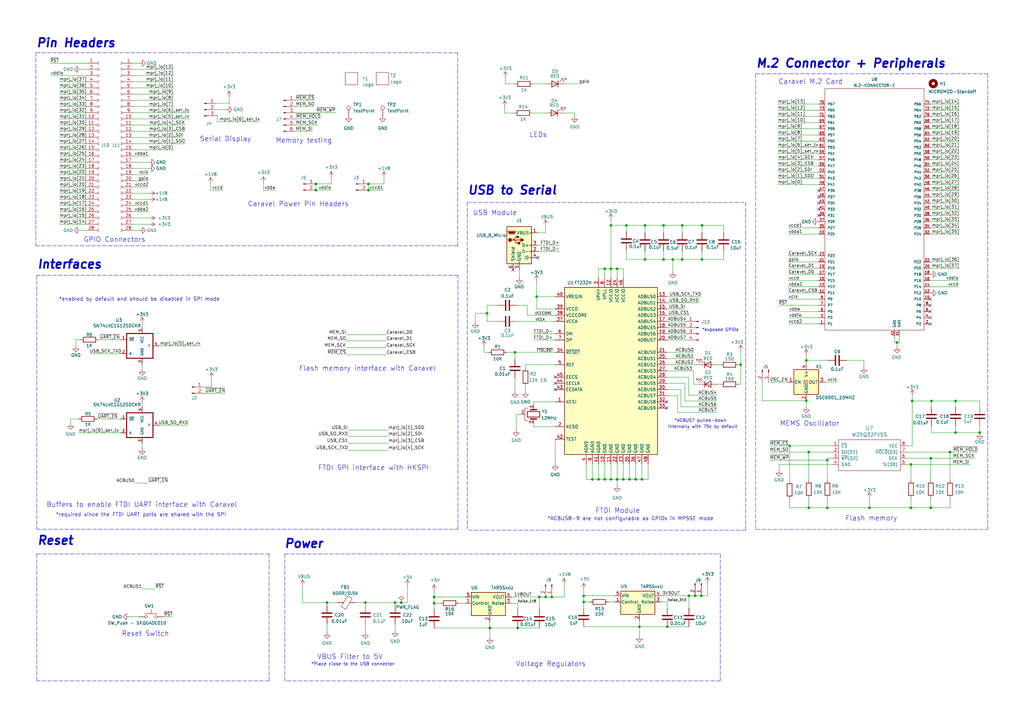
<source format=kicad_sch>
(kicad_sch (version 20230121) (generator eeschema)
  (paper "A3")
  (title_block (title "Caravel 3.3V Development Board") (rev "REV 5B") (company "Efabless"))
  (junction (at 260.731 196.596))
  (junction (at 223.774 244.856))
  (junction (at 279.781 106.426))
  (junction (at 282.575 244.348))
  (junction (at 178.054 247.396))
  (junction (at 256.921 92.456))
  (junction (at 287.909 92.456))
  (junction (at 250.571 110.236))
  (junction (at 367.919 140.462))
  (junction (at 239.395 244.348))
  (junction (at 356.616 208.28))
  (junction (at 272.161 92.456))
  (junction (at 226.314 244.856))
  (junction (at 303.784 149.606))
  (junction (at 253.111 110.236))
  (junction (at 253.111 196.596))
  (junction (at 162.052 247.142))
  (junction (at 212.344 257.556))
  (junction (at 373.634 208.28))
  (junction (at 211.201 144.526))
  (junction (at 373.634 190.5))
  (junction (at 382.016 164.465))
  (junction (at 272.161 106.426))
  (junction (at 149.86 247.142))
  (junction (at 250.571 196.596))
  (junction (at 287.909 106.426))
  (junction (at 199.771 128.524))
  (junction (at 323.85 182.88))
  (junction (at 248.031 196.596))
  (junction (at 391.922 177.419))
  (junction (at 178.054 244.856))
  (junction (at 339.344 208.28))
  (junction (at 330.708 164.338))
  (junction (at 129.54 77.978))
  (junction (at 285.115 244.348))
  (junction (at 151.13 77.978))
  (junction (at 287.655 244.348))
  (junction (at 263.271 196.596))
  (junction (at 245.491 196.596))
  (junction (at 279.781 92.456))
  (junction (at 339.344 188.722))
  (junction (at 389.636 185.42))
  (junction (at 258.191 196.596))
  (junction (at 275.971 106.426))
  (junction (at 220.091 121.666))
  (junction (at 331.724 208.28))
  (junction (at 374.142 164.465))
  (junction (at 273.685 257.048))
  (junction (at 200.914 257.556))
  (junction (at 330.708 147.828))
  (junction (at 391.922 164.465))
  (junction (at 248.031 110.236))
  (junction (at 151.13 75.438))
  (junction (at 239.395 246.888))
  (junction (at 264.541 106.426))
  (junction (at 250.571 92.456))
  (junction (at 381.762 187.96))
  (junction (at 262.255 257.048))
  (junction (at 164.592 247.142))
  (junction (at 221.234 244.856))
  (junction (at 331.724 185.42))
  (junction (at 401.828 177.419))
  (junction (at 134.112 247.142))
  (junction (at 242.951 196.596))
  (junction (at 129.54 75.438))
  (junction (at 264.541 92.456))
  (junction (at 255.651 196.596))
  (junction (at 381.762 208.28))
  (no_connect (at 381.508 125.222))
  (no_connect (at 381.508 122.682))
  (no_connect (at 381.508 130.302))
  (no_connect (at 227.711 157.226))
  (no_connect (at 210.439 110.744))
  (no_connect (at 227.711 159.766))
  (no_connect (at 381.508 127.762))
  (no_connect (at 273.431 164.846))
  (no_connect (at 381.508 132.842))
  (no_connect (at 335.788 83.312))
  (no_connect (at 273.431 167.386))
  (no_connect (at 227.711 154.686))
  (no_connect (at 335.788 88.392))
  (no_connect (at 335.788 78.232))
  (no_connect (at 335.788 80.772))
  (no_connect (at 335.788 85.852))
  (no_connect (at 220.599 105.664))
  (wire (pts (xy 280.924 164.465) (xy 294.005 164.465)))
  (wire (pts (xy 339.344 208.28) (xy 356.616 208.28)))
  (wire (pts (xy 60.96 66.548) (xy 54.61 66.548)))
  (wire (pts (xy 149.86 247.142) (xy 149.86 248.412)))
  (wire (pts (xy 263.271 196.596) (xy 260.731 196.596)))
  (wire (pts (xy 391.922 167.005) (xy 391.922 164.465)))
  (wire (pts (xy 373.634 204.47) (xy 373.634 208.28)))
  (wire (pts (xy 239.395 244.348) (xy 239.395 246.888)))
  (wire (pts (xy 28.956 171.831) (xy 28.956 173.609)))
  (wire (pts (xy 282.448 162.052) (xy 294.005 162.052)))
  (wire (pts (xy 240.411 196.596) (xy 242.951 196.596)))
  (wire (pts (xy 282.575 244.348) (xy 282.575 249.428)))
  (wire (pts (xy 31.115 141.859) (xy 31.115 139.319)))
  (wire (pts (xy 35.56 66.548) (xy 24.384 66.548)))
  (wire (pts (xy 54.61 86.868) (xy 60.96 86.868)))
  (wire (pts (xy 54.61 81.788) (xy 60.96 81.788)))
  (wire (pts (xy 200.914 255.016) (xy 200.914 257.556)))
  (wire (pts (xy 212.344 247.396) (xy 212.344 249.936)))
  (wire (pts (xy 31.115 139.319) (xy 32.893 139.319)))
  (polyline (pts (xy 187.706 21.59) (xy 187.706 100.838)) (stroke (width 0) (type dash)))
  (wire (pts (xy 272.161 95.377) (xy 272.161 92.456)))
  (wire (pts (xy 330.708 149.098) (xy 330.708 147.828)))
  (wire (pts (xy 381.508 70.612) (xy 393.446 70.612)))
  (wire (pts (xy 262.255 257.048) (xy 273.685 257.048)))
  (wire (pts (xy 58.293 165.227) (xy 58.293 166.751)))
  (wire (pts (xy 273.431 152.146) (xy 284.48 152.146)))
  (wire (pts (xy 303.784 144.018) (xy 303.784 149.606)))
  (wire (pts (xy 381.508 57.912) (xy 393.446 57.912)))
  (wire (pts (xy 381.762 187.96) (xy 381.762 196.85)))
  (wire (pts (xy 35.56 36.068) (xy 24.384 36.068)))
  (wire (pts (xy 235.712 47.625) (xy 235.712 46.355)))
  (wire (pts (xy 24.384 43.688) (xy 35.56 43.688)))
  (wire (pts (xy 218.694 34.417) (xy 223.774 34.417)))
  (wire (pts (xy 371.856 190.5) (xy 373.634 190.5)))
  (wire (pts (xy 256.921 106.426) (xy 264.541 106.426)))
  (wire (pts (xy 279.273 159.766) (xy 279.273 166.878)))
  (wire (pts (xy 211.963 131.826) (xy 227.711 131.826)))
  (wire (pts (xy 253.111 190.246) (xy 253.111 196.596)))
  (polyline (pts (xy 116.84 227.203) (xy 295.402 227.203)) (stroke (width 0) (type dash)))
  (wire (pts (xy 71.12 38.608) (xy 54.61 38.608)))
  (wire (pts (xy 319.024 42.672) (xy 335.788 42.672)))
  (wire (pts (xy 227.711 180.086) (xy 227.711 190.246)))
  (wire (pts (xy 354.33 150.622) (xy 354.33 147.828)))
  (wire (pts (xy 339.344 188.722) (xy 339.344 187.96)))
  (wire (pts (xy 35.56 69.088) (xy 24.384 69.088)))
  (wire (pts (xy 381.508 78.232) (xy 393.446 78.232)))
  (wire (pts (xy 260.731 190.246) (xy 260.731 196.596)))
  (wire (pts (xy 24.384 71.628) (xy 35.56 71.628)))
  (wire (pts (xy 188.214 247.396) (xy 190.754 247.396)))
  (wire (pts (xy 381.508 52.832) (xy 393.446 52.832)))
  (wire (pts (xy 215.519 150.876) (xy 215.519 149.606)))
  (wire (pts (xy 54.61 25.908) (xy 57.15 25.908)))
  (wire (pts (xy 319.024 50.292) (xy 335.788 50.292)))
  (wire (pts (xy 89.154 49.911) (xy 106.68 49.911)))
  (wire (pts (xy 239.395 244.348) (xy 252.095 244.348)))
  (wire (pts (xy 323.85 208.28) (xy 323.85 204.724)))
  (polyline (pts (xy 110.363 227.203) (xy 110.363 279.273)) (stroke (width 0) (type dash)))
  (wire (pts (xy 312.674 164.338) (xy 330.708 164.338)))
  (wire (pts (xy 35.56 51.308) (xy 24.384 51.308)))
  (wire (pts (xy 323.85 208.28) (xy 331.724 208.28)))
  (polyline (pts (xy 305.816 83.058) (xy 305.816 217.424)) (stroke (width 0) (type dash)))
  (wire (pts (xy 249.555 246.888) (xy 252.095 246.888)))
  (wire (pts (xy 273.685 257.048) (xy 282.575 257.048)))
  (wire (pts (xy 381.508 80.772) (xy 393.446 80.772)))
  (wire (pts (xy 121.412 53.848) (xy 128.27 53.848)))
  (wire (pts (xy 303.784 149.606) (xy 303.784 157.607)))
  (wire (pts (xy 368.808 137.922) (xy 368.808 140.462)))
  (wire (pts (xy 374.142 164.465) (xy 374.142 182.88)))
  (wire (pts (xy 209.804 247.396) (xy 212.344 247.396)))
  (wire (pts (xy 264.541 92.456) (xy 272.161 92.456)))
  (wire (pts (xy 248.031 196.596) (xy 250.571 196.596)))
  (wire (pts (xy 53.086 252.984) (xy 56.896 252.984)))
  (wire (pts (xy 381.508 45.212) (xy 393.446 45.212)))
  (wire (pts (xy 162.052 247.142) (xy 164.592 247.142)))
  (wire (pts (xy 272.161 102.997) (xy 272.161 106.426)))
  (wire (pts (xy 71.12 30.988) (xy 54.61 30.988)))
  (wire (pts (xy 319.532 190.5) (xy 319.532 192.786)))
  (wire (pts (xy 108.077 75.057) (xy 108.077 77.978)))
  (wire (pts (xy 211.709 176.276) (xy 211.709 169.926)))
  (wire (pts (xy 239.395 246.888) (xy 241.935 246.888)))
  (wire (pts (xy 207.899 144.526) (xy 211.201 144.526)))
  (wire (pts (xy 255.651 114.046) (xy 255.651 110.236)))
  (wire (pts (xy 262.255 257.048) (xy 262.255 260.858)))
  (wire (pts (xy 285.115 244.348) (xy 287.655 244.348)))
  (wire (pts (xy 71.12 36.068) (xy 54.61 36.068)))
  (wire (pts (xy 287.655 244.348) (xy 290.195 244.348)))
  (polyline (pts (xy 309.88 217.17) (xy 309.88 30.226)) (stroke (width 0) (type dash)))
  (wire (pts (xy 319.024 45.212) (xy 335.788 45.212)))
  (wire (pts (xy 277.876 169.164) (xy 294.005 169.164)))
  (wire (pts (xy 250.571 196.596) (xy 253.111 196.596)))
  (wire (pts (xy 35.56 58.928) (xy 24.384 58.928)))
  (wire (pts (xy 86.36 77.978) (xy 91.44 77.978)))
  (polyline (pts (xy 295.402 279.273) (xy 116.84 279.273)) (stroke (width 0) (type dash)))
  (wire (pts (xy 323.342 104.902) (xy 335.788 104.902)))
  (wire (pts (xy 24.384 89.408) (xy 35.56 89.408)))
  (wire (pts (xy 381.508 55.372) (xy 393.446 55.372)))
  (wire (pts (xy 381.508 60.452) (xy 393.446 60.452)))
  (wire (pts (xy 323.342 132.842) (xy 335.788 132.842)))
  (wire (pts (xy 354.33 147.828) (xy 347.218 147.828)))
  (wire (pts (xy 374.142 164.465) (xy 382.016 164.465)))
  (wire (pts (xy 323.342 115.062) (xy 335.788 115.062)))
  (wire (pts (xy 272.161 106.426) (xy 275.971 106.426)))
  (wire (pts (xy 389.636 185.42) (xy 389.636 196.85)))
  (wire (pts (xy 323.342 96.012) (xy 335.788 96.012)))
  (wire (pts (xy 366.903 140.462) (xy 367.919 140.462)))
  (wire (pts (xy 35.56 38.608) (xy 24.384 38.608)))
  (wire (pts (xy 256.921 102.616) (xy 256.921 106.426)))
  (wire (pts (xy 135.89 75.438) (xy 135.89 72.898)))
  (wire (pts (xy 89.154 49.911) (xy 89.154 47.498)))
  (wire (pts (xy 141.986 142.621) (xy 158.496 142.621)))
  (wire (pts (xy 129.54 75.438) (xy 129.54 77.978)))
  (wire (pts (xy 282.575 244.348) (xy 285.115 244.348)))
  (wire (pts (xy 60.96 91.948) (xy 54.61 91.948)))
  (wire (pts (xy 319.532 190.5) (xy 341.376 190.5)))
  (wire (pts (xy 35.56 25.908) (xy 20.574 25.908)))
  (wire (pts (xy 24.384 86.868) (xy 35.56 86.868)))
  (wire (pts (xy 220.091 121.666) (xy 220.091 126.746)))
  (wire (pts (xy 207.01 46.355) (xy 210.82 46.355)))
  (wire (pts (xy 374.142 182.88) (xy 371.856 182.88)))
  (wire (pts (xy 54.61 89.408) (xy 60.96 89.408)))
  (wire (pts (xy 331.724 204.47) (xy 331.724 208.28)))
  (wire (pts (xy 142.748 176.403) (xy 159.258 176.403)))
  (wire (pts (xy 149.86 256.032) (xy 149.86 259.334)))
  (wire (pts (xy 86.36 77.978) (xy 86.36 75.311)))
  (wire (pts (xy 323.596 127.762) (xy 335.788 127.762)))
  (wire (pts (xy 215.519 149.606) (xy 227.711 149.606)))
  (wire (pts (xy 356.616 204.47) (xy 356.616 208.28)))
  (wire (pts (xy 264.541 92.456) (xy 256.921 92.456)))
  (polyline (pts (xy 191.643 83.058) (xy 191.643 216.916)) (stroke (width 0) (type dash)))
  (wire (pts (xy 35.56 53.848) (xy 24.384 53.848)))
  (wire (pts (xy 401.828 177.673) (xy 401.828 177.419)))
  (wire (pts (xy 239.395 246.888) (xy 239.395 249.428)))
  (wire (pts (xy 323.342 93.472) (xy 335.788 93.472)))
  (wire (pts (xy 319.024 75.692) (xy 335.788 75.692)))
  (wire (pts (xy 223.774 244.856) (xy 226.314 244.856)))
  (wire (pts (xy 92.456 161.29) (xy 83.82 161.29)))
  (wire (pts (xy 36.703 145.034) (xy 49.403 145.034)))
  (wire (pts (xy 218.821 164.846) (xy 227.711 164.846)))
  (wire (pts (xy 323.85 182.88) (xy 323.85 197.104)))
  (wire (pts (xy 194.945 128.524) (xy 194.945 132.08)))
  (wire (pts (xy 265.811 190.246) (xy 265.811 196.596)))
  (wire (pts (xy 221.234 244.856) (xy 221.234 249.936)))
  (wire (pts (xy 287.909 106.426) (xy 279.781 106.426)))
  (wire (pts (xy 24.384 84.328) (xy 35.56 84.328)))
  (wire (pts (xy 319.024 65.532) (xy 335.788 65.532)))
  (wire (pts (xy 366.903 137.922) (xy 366.903 140.462)))
  (wire (pts (xy 282.448 154.686) (xy 282.448 162.052)))
  (wire (pts (xy 54.61 51.308) (xy 75.946 51.308)))
  (wire (pts (xy 323.342 112.522) (xy 335.788 112.522)))
  (wire (pts (xy 142.748 184.658) (xy 159.258 184.658)))
  (wire (pts (xy 121.412 41.148) (xy 129.032 41.148)))
  (wire (pts (xy 319.024 55.372) (xy 335.788 55.372)))
  (wire (pts (xy 331.724 185.42) (xy 331.724 196.85)))
  (wire (pts (xy 134.112 256.032) (xy 134.112 259.334)))
  (wire (pts (xy 124.079 240.284) (xy 124.079 247.142)))
  (wire (pts (xy 287.909 92.456) (xy 279.781 92.456)))
  (wire (pts (xy 279.781 92.456) (xy 279.781 95.377)))
  (wire (pts (xy 273.431 162.306) (xy 277.876 162.306)))
  (wire (pts (xy 287.909 102.997) (xy 287.909 106.426)))
  (wire (pts (xy 121.412 48.768) (xy 131.572 48.768)))
  (wire (pts (xy 134.112 247.142) (xy 138.43 247.142)))
  (wire (pts (xy 401.828 174.625) (xy 401.828 177.419)))
  (polyline (pts (xy 14.732 21.59) (xy 14.732 100.838)) (stroke (width 0) (type dash)))
  (wire (pts (xy 401.828 167.005) (xy 401.828 164.465)))
  (wire (pts (xy 296.799 106.426) (xy 287.909 106.426)))
  (wire (pts (xy 218.44 46.355) (xy 223.52 46.355)))
  (wire (pts (xy 167.132 240.284) (xy 167.132 247.142)))
  (wire (pts (xy 218.821 139.446) (xy 227.711 139.446)))
  (wire (pts (xy 389.636 185.42) (xy 401.066 185.42)))
  (wire (pts (xy 141.986 139.827) (xy 158.496 139.827)))
  (wire (pts (xy 381.508 85.852) (xy 393.446 85.852)))
  (wire (pts (xy 381.508 83.312) (xy 393.446 83.312)))
  (wire (pts (xy 382.016 174.625) (xy 382.016 177.419)))
  (wire (pts (xy 134.112 248.412) (xy 134.112 247.142)))
  (wire (pts (xy 381.762 204.47) (xy 381.762 208.28)))
  (wire (pts (xy 294.132 149.606) (xy 295.402 149.606)))
  (wire (pts (xy 220.599 103.124) (xy 229.489 103.124)))
  (wire (pts (xy 142.748 178.943) (xy 159.258 178.943)))
  (wire (pts (xy 149.86 247.142) (xy 162.052 247.142)))
  (wire (pts (xy 151.13 75.438) (xy 151.13 77.978)))
  (wire (pts (xy 273.431 129.286) (xy 282.829 129.286)))
  (wire (pts (xy 89.154 47.498) (xy 88.9 47.498)))
  (wire (pts (xy 331.724 208.28) (xy 339.344 208.28)))
  (wire (pts (xy 129.54 75.438) (xy 135.89 75.438)))
  (wire (pts (xy 242.951 190.246) (xy 242.951 196.596)))
  (wire (pts (xy 319.024 68.072) (xy 335.788 68.072)))
  (wire (pts (xy 339.344 204.47) (xy 339.344 208.28)))
  (wire (pts (xy 284.48 157.607) (xy 286.512 157.607)))
  (wire (pts (xy 381.508 115.062) (xy 393.192 115.062)))
  (wire (pts (xy 245.491 190.246) (xy 245.491 196.596)))
  (wire (pts (xy 220.091 121.666) (xy 227.711 121.666)))
  (wire (pts (xy 264.541 106.426) (xy 272.161 106.426)))
  (wire (pts (xy 58.293 132.715) (xy 58.293 134.239)))
  (wire (pts (xy 71.12 43.688) (xy 54.61 43.688)))
  (wire (pts (xy 273.431 124.206) (xy 286.639 124.206)))
  (wire (pts (xy 319.278 125.222) (xy 335.788 125.222)))
  (polyline (pts (xy 187.833 217.043) (xy 187.833 112.903)) (stroke (width 0) (type dash)))
  (wire (pts (xy 323.85 182.88) (xy 341.376 182.88)))
  (wire (pts (xy 83.82 158.75) (xy 86.741 158.75)))
  (wire (pts (xy 280.924 157.226) (xy 280.924 164.465)))
  (wire (pts (xy 312.674 156.718) (xy 312.674 164.338)))
  (wire (pts (xy 282.448 154.686) (xy 273.431 154.686)))
  (wire (pts (xy 389.636 208.28) (xy 389.636 204.47)))
  (wire (pts (xy 255.651 190.246) (xy 255.651 196.596)))
  (wire (pts (xy 178.054 244.856) (xy 190.754 244.856)))
  (polyline (pts (xy 405.13 30.226) (xy 405.13 217.17)) (stroke (width 0) (type dash)))
  (wire (pts (xy 200.914 257.556) (xy 200.914 261.366)))
  (wire (pts (xy 319.024 52.832) (xy 335.788 52.832)))
  (wire (pts (xy 381.508 88.392) (xy 393.446 88.392)))
  (wire (pts (xy 319.024 73.152) (xy 335.788 73.152)))
  (wire (pts (xy 198.501 142.24) (xy 198.501 144.526)))
  (wire (pts (xy 381.508 50.292) (xy 393.446 50.292)))
  (wire (pts (xy 250.571 190.246) (xy 250.571 196.596)))
  (wire (pts (xy 35.56 33.528) (xy 24.384 33.528)))
  (wire (pts (xy 371.856 187.96) (xy 381.762 187.96)))
  (wire (pts (xy 137.668 46.228) (xy 121.412 46.228)))
  (wire (pts (xy 273.685 246.888) (xy 273.685 249.428)))
  (wire (pts (xy 373.634 190.5) (xy 397.764 190.5)))
  (wire (pts (xy 245.491 110.236) (xy 245.491 114.046)))
  (wire (pts (xy 338.328 156.718) (xy 343.408 156.718)))
  (wire (pts (xy 178.054 244.856) (xy 178.054 247.396)))
  (wire (pts (xy 371.856 185.42) (xy 389.636 185.42)))
  (wire (pts (xy 391.922 177.419) (xy 391.922 174.625)))
  (wire (pts (xy 245.491 110.236) (xy 248.031 110.236)))
  (wire (pts (xy 211.709 169.926) (xy 213.741 169.926)))
  (polyline (pts (xy 191.643 83.058) (xy 305.816 83.058)) (stroke (width 0) (type dash)))
  (wire (pts (xy 71.12 41.148) (xy 54.61 41.148)))
  (wire (pts (xy 256.921 92.456) (xy 250.571 92.456)))
  (wire (pts (xy 24.384 91.948) (xy 35.56 91.948)))
  (wire (pts (xy 211.201 144.526) (xy 227.711 144.526)))
  (wire (pts (xy 146.05 247.142) (xy 149.86 247.142)))
  (wire (pts (xy 250.571 114.046) (xy 250.571 110.236)))
  (wire (pts (xy 290.195 239.268) (xy 290.195 244.348)))
  (wire (pts (xy 319.024 60.452) (xy 335.788 60.452)))
  (wire (pts (xy 315.722 185.42) (xy 331.724 185.42)))
  (wire (pts (xy 248.031 114.046) (xy 248.031 110.236)))
  (wire (pts (xy 253.111 110.236) (xy 255.651 110.236)))
  (wire (pts (xy 367.919 142.24) (xy 367.919 140.462)))
  (wire (pts (xy 271.145 244.348) (xy 282.575 244.348)))
  (wire (pts (xy 248.031 190.246) (xy 248.031 196.596)))
  (wire (pts (xy 330.708 166.878) (xy 330.708 164.338)))
  (wire (pts (xy 58.293 151.384) (xy 58.293 149.479)))
  (wire (pts (xy 194.945 128.524) (xy 199.771 128.524)))
  (wire (pts (xy 382.016 164.465) (xy 382.016 167.005)))
  (wire (pts (xy 164.592 247.142) (xy 167.132 247.142)))
  (wire (pts (xy 319.024 57.912) (xy 335.788 57.912)))
  (wire (pts (xy 319.024 62.992) (xy 335.788 62.992)))
  (wire (pts (xy 178.054 247.396) (xy 180.594 247.396)))
  (wire (pts (xy 75.946 53.848) (xy 54.61 53.848)))
  (wire (pts (xy 35.56 41.148) (xy 24.384 41.148)))
  (wire (pts (xy 24.384 79.248) (xy 35.56 79.248)))
  (wire (pts (xy 381.508 47.752) (xy 393.446 47.752)))
  (polyline (pts (xy 187.833 112.903) (xy 15.113 112.903)) (stroke (width 0) (type dash)))
  (wire (pts (xy 258.191 196.596) (xy 255.651 196.596)))
  (wire (pts (xy 35.56 30.988) (xy 20.828 30.988)))
  (wire (pts (xy 391.922 164.465) (xy 401.828 164.465)))
  (wire (pts (xy 277.876 162.306) (xy 277.876 169.164)))
  (wire (pts (xy 121.412 51.308) (xy 130.302 51.308)))
  (wire (pts (xy 88.9 42.418) (xy 93.98 42.418)))
  (wire (pts (xy 381.508 65.532) (xy 393.446 65.532)))
  (wire (pts (xy 211.963 125.222) (xy 216.281 125.222)))
  (wire (pts (xy 381.508 107.442) (xy 393.446 107.442)))
  (wire (pts (xy 275.971 106.426) (xy 275.971 111.506)))
  (polyline (pts (xy 14.732 21.59) (xy 187.706 21.59)) (stroke (width 0) (type dash)))
  (wire (pts (xy 55.245 198.12) (xy 60.706 198.12)))
  (wire (pts (xy 374.142 162.306) (xy 374.142 164.465)))
  (wire (pts (xy 39.878 171.831) (xy 49.403 171.831)))
  (wire (pts (xy 323.342 120.142) (xy 335.788 120.142)))
  (wire (pts (xy 207.01 43.815) (xy 207.01 46.355)))
  (wire (pts (xy 381.508 117.602) (xy 393.192 117.602)))
  (wire (pts (xy 339.344 187.96) (xy 341.376 187.96)))
  (wire (pts (xy 235.712 46.355) (xy 231.14 46.355)))
  (wire (pts (xy 239.395 241.808) (xy 239.395 244.348)))
  (wire (pts (xy 218.821 136.906) (xy 227.711 136.906)))
  (wire (pts (xy 58.166 241.554) (xy 63.627 241.554)))
  (wire (pts (xy 284.48 157.607) (xy 284.48 152.146)))
  (wire (pts (xy 382.016 164.465) (xy 391.922 164.465)))
  (polyline (pts (xy 15.113 227.203) (xy 15.113 279.273)) (stroke (width 0) (type dash)))
  (wire (pts (xy 142.748 181.737) (xy 159.258 181.737)))
  (wire (pts (xy 296.799 102.997) (xy 296.799 106.426)))
  (wire (pts (xy 273.431 147.066) (xy 284.607 147.066)))
  (wire (pts (xy 381.508 68.072) (xy 393.446 68.072)))
  (wire (pts (xy 265.811 196.596) (xy 263.271 196.596)))
  (wire (pts (xy 323.342 107.442) (xy 335.788 107.442)))
  (wire (pts (xy 381.508 109.982) (xy 393.446 109.982)))
  (wire (pts (xy 381.508 62.992) (xy 393.446 62.992)))
  (wire (pts (xy 54.61 76.708) (xy 60.96 76.708)))
  (wire (pts (xy 273.431 159.766) (xy 279.273 159.766)))
  (wire (pts (xy 319.024 47.752) (xy 335.788 47.752)))
  (wire (pts (xy 273.431 121.666) (xy 287.655 121.666)))
  (wire (pts (xy 367.919 140.462) (xy 368.808 140.462)))
  (wire (pts (xy 220.599 100.584) (xy 229.489 100.584)))
  (polyline (pts (xy 15.113 217.043) (xy 187.833 217.043)) (stroke (width 0) (type dash)))
  (wire (pts (xy 273.431 134.366) (xy 281.432 134.366)))
  (wire (pts (xy 273.431 131.826) (xy 281.432 131.826)))
  (wire (pts (xy 273.431 157.226) (xy 280.924 157.226)))
  (wire (pts (xy 218.821 166.116) (xy 218.821 164.846)))
  (wire (pts (xy 162.052 258.572) (xy 162.052 256.032)))
  (wire (pts (xy 71.12 61.468) (xy 54.61 61.468)))
  (wire (pts (xy 77.724 46.228) (xy 54.61 46.228)))
  (wire (pts (xy 207.264 31.877) (xy 207.264 34.417)))
  (wire (pts (xy 71.12 33.528) (xy 54.61 33.528)))
  (wire (pts (xy 275.971 106.426) (xy 279.781 106.426)))
  (wire (pts (xy 223.774 92.71) (xy 223.774 95.504)))
  (wire (pts (xy 263.271 190.246) (xy 263.271 196.596)))
  (wire (pts (xy 151.13 75.438) (xy 157.48 75.438)))
  (wire (pts (xy 141.986 145.542) (xy 158.496 145.542)))
  (wire (pts (xy 35.56 28.448) (xy 33.02 28.448)))
  (wire (pts (xy 296.799 92.456) (xy 287.909 92.456)))
  (wire (pts (xy 264.541 95.377) (xy 264.541 92.456)))
  (wire (pts (xy 273.431 126.746) (xy 281.051 126.746)))
  (wire (pts (xy 121.412 43.688) (xy 129.032 43.688)))
  (wire (pts (xy 231.394 239.776) (xy 231.394 244.856)))
  (wire (pts (xy 248.031 110.236) (xy 250.571 110.236)))
  (wire (pts (xy 88.9 44.958) (xy 92.71 44.958)))
  (wire (pts (xy 356.616 208.28) (xy 373.634 208.28)))
  (wire (pts (xy 315.214 156.718) (xy 323.088 156.718)))
  (wire (pts (xy 294.132 157.607) (xy 295.402 157.607)))
  (wire (pts (xy 60.96 69.088) (xy 54.61 69.088)))
  (wire (pts (xy 212.979 110.744) (xy 212.979 113.792)))
  (wire (pts (xy 60.96 64.008) (xy 54.61 64.008)))
  (wire (pts (xy 296.799 95.377) (xy 296.799 92.456)))
  (wire (pts (xy 28.956 171.831) (xy 32.258 171.831)))
  (wire (pts (xy 199.771 125.222) (xy 199.771 128.524)))
  (wire (pts (xy 253.111 114.046) (xy 253.111 110.236)))
  (wire (pts (xy 330.708 147.828) (xy 330.708 145.796)))
  (wire (pts (xy 323.596 130.302) (xy 335.788 130.302)))
  (wire (pts (xy 35.56 46.228) (xy 24.384 46.228)))
  (wire (pts (xy 250.571 92.456) (xy 250.571 110.236)))
  (wire (pts (xy 54.61 79.248) (xy 60.96 79.248)))
  (wire (pts (xy 330.708 147.828) (xy 339.598 147.828)))
  (polyline (pts (xy 15.113 112.903) (xy 15.113 217.043)) (stroke (width 0) (type dash)))
  (wire (pts (xy 315.722 188.722) (xy 339.344 188.722)))
  (wire (pts (xy 239.395 257.048) (xy 262.255 257.048)))
  (wire (pts (xy 315.722 182.88) (xy 323.85 182.88)))
  (wire (pts (xy 273.431 136.906) (xy 281.432 136.906)))
  (wire (pts (xy 260.731 196.596) (xy 258.191 196.596)))
  (wire (pts (xy 32.258 177.546) (xy 49.403 177.546)))
  (wire (pts (xy 273.431 144.526) (xy 284.607 144.526)))
  (wire (pts (xy 373.634 190.5) (xy 373.634 196.85)))
  (wire (pts (xy 273.431 149.606) (xy 286.512 149.606)))
  (wire (pts (xy 93.98 39.878) (xy 93.98 42.418)))
  (wire (pts (xy 242.951 196.596) (xy 245.491 196.596)))
  (wire (pts (xy 124.079 247.142) (xy 134.112 247.142)))
  (wire (pts (xy 264.541 102.997) (xy 264.541 106.426)))
  (wire (pts (xy 245.491 196.596) (xy 248.031 196.596)))
  (wire (pts (xy 200.914 257.556) (xy 212.344 257.556)))
  (wire (pts (xy 151.13 77.978) (xy 157.226 77.978)))
  (wire (pts (xy 272.161 92.456) (xy 279.781 92.456)))
  (wire (pts (xy 216.281 125.222) (xy 216.281 129.286)))
  (wire (pts (xy 35.56 56.388) (xy 24.384 56.388)))
  (wire (pts (xy 35.56 48.768) (xy 24.384 48.768)))
  (wire (pts (xy 135.89 77.978) (xy 129.54 77.978)))
  (wire (pts (xy 54.61 94.488) (xy 57.15 94.488)))
  (wire (pts (xy 253.111 199.136) (xy 253.111 196.596)))
  (wire (pts (xy 271.145 246.888) (xy 273.685 246.888)))
  (wire (pts (xy 178.054 249.936) (xy 178.054 247.396)))
  (wire (pts (xy 220.091 115.316) (xy 220.091 121.666)))
  (wire (pts (xy 178.054 257.556) (xy 200.914 257.556)))
  (polyline (pts (xy 305.816 217.424) (xy 191.643 217.424)) (stroke (width 0) (type dash)))
  (wire (pts (xy 373.634 208.28) (xy 381.762 208.28)))
  (polyline (pts (xy 187.706 100.838) (xy 14.732 100.838)) (stroke (width 0) (type dash)))
  (wire (pts (xy 54.61 84.328) (xy 60.96 84.328)))
  (polyline (pts (xy 116.84 227.203) (xy 116.84 279.273)) (stroke (width 0) (type dash)))
  (polyline (pts (xy 110.363 279.273) (xy 15.113 279.273)) (stroke (width 0) (type dash)))
  (wire (pts (xy 258.191 190.246) (xy 258.191 196.596)))
  (wire (pts (xy 331.724 185.42) (xy 341.376 185.42)))
  (wire (pts (xy 108.077 77.978) (xy 113.03 77.978)))
  (wire (pts (xy 391.922 177.419) (xy 401.828 177.419)))
  (wire (pts (xy 303.022 149.606) (xy 303.784 149.606)))
  (wire (pts (xy 262.255 254.508) (xy 262.255 257.048)))
  (wire (pts (xy 24.384 81.788) (xy 35.56 81.788)))
  (wire (pts (xy 226.314 244.856) (xy 231.394 244.856)))
  (wire (pts (xy 60.96 71.628) (xy 54.61 71.628)))
  (wire (pts (xy 40.513 139.319) (xy 49.403 139.319)))
  (wire (pts (xy 381.508 73.152) (xy 393.446 73.152)))
  (wire (pts (xy 75.184 56.388) (xy 54.61 56.388)))
  (wire (pts (xy 339.344 188.722) (xy 339.344 196.85)))
  (wire (pts (xy 24.384 74.168) (xy 35.56 74.168)))
  (polyline (pts (xy 295.402 227.203) (xy 295.402 279.273)) (stroke (width 0) (type dash)))
  (wire (pts (xy 54.61 74.168) (xy 60.96 74.168)))
  (wire (pts (xy 157.48 75.438) (xy 157.48 72.898)))
  (wire (pts (xy 381.508 93.472) (xy 393.446 93.472)))
  (wire (pts (xy 58.293 183.896) (xy 58.293 181.991)))
  (wire (pts (xy 178.054 242.316) (xy 178.054 244.856)))
  (wire (pts (xy 198.501 144.526) (xy 200.279 144.526)))
  (wire (pts (xy 279.273 166.878) (xy 294.005 166.878)))
  (wire (pts (xy 212.344 257.556) (xy 221.234 257.556)))
  (wire (pts (xy 323.342 109.982) (xy 335.788 109.982)))
  (wire (pts (xy 381.508 96.012) (xy 393.446 96.012)))
  (wire (pts (xy 216.281 129.286) (xy 227.711 129.286)))
  (wire (pts (xy 231.394 34.417) (xy 237.49 34.417)))
  (wire (pts (xy 67.056 252.984) (xy 70.866 252.984)))
  (wire (pts (xy 211.201 147.32) (xy 211.201 144.526)))
  (wire (pts (xy 381.508 75.692) (xy 393.446 75.692)))
  (wire (pts (xy 381.762 208.28) (xy 389.636 208.28)))
  (wire (pts (xy 221.234 244.856) (xy 223.774 244.856)))
  (wire (pts (xy 323.342 117.602) (xy 335.788 117.602)))
  (wire (pts (xy 209.804 244.856) (xy 221.234 244.856)))
  (wire (pts (xy 71.12 28.448) (xy 54.61 28.448)))
  (wire (pts (xy 77.216 174.371) (xy 65.278 174.371)))
  (wire (pts (xy 323.342 122.682) (xy 335.788 122.682)))
  (wire (pts (xy 287.909 92.456) (xy 287.909 95.377)))
  (wire (pts (xy 250.571 90.17) (xy 250.571 92.456)))
  (wire (pts (xy 24.384 76.708) (xy 35.56 76.708)))
  (wire (pts (xy 215.519 158.496) (xy 215.519 160.528)))
  (wire (pts (xy 35.56 64.008) (xy 24.384 64.008)))
  (wire (pts (xy 199.771 125.222) (xy 204.343 125.222)))
  (wire (pts (xy 273.431 139.446) (xy 281.432 139.446)))
  (wire (pts (xy 381.508 90.932) (xy 393.446 90.932)))
  (wire (pts (xy 141.986 137.287) (xy 158.496 137.287)))
  (wire (pts (xy 35.56 61.468) (xy 24.384 61.468)))
  (wire (pts (xy 240.411 190.246) (xy 240.411 196.596)))
  (wire (pts (xy 218.821 173.736) (xy 218.821 175.006)))
  (wire (pts (xy 162.052 248.412) (xy 162.052 247.142)))
  (wire (pts (xy 381.762 187.96) (xy 399.796 187.96)))
  (wire (pts (xy 82.296 141.859) (xy 65.278 141.859)))
  (wire (pts (xy 86.741 155.321) (xy 86.741 158.75)))
  (polyline (pts (xy 309.88 30.226) (xy 405.13 30.226)) (stroke (width 0) (type dash)))
  (wire (pts (xy 256.921 92.456) (xy 256.921 94.996)))
  (wire (pts (xy 199.771 131.826) (xy 199.771 128.524)))
  (wire (pts (xy 220.091 126.746) (xy 227.711 126.746)))
  (wire (pts (xy 303.022 157.607) (xy 303.784 157.607)))
  (wire (pts (xy 218.821 175.006) (xy 227.711 175.006)))
  (wire (pts (xy 211.201 154.94) (xy 211.201 160.528)))
  (wire (pts (xy 35.56 94.488) (xy 33.02 94.488)))
  (wire (pts (xy 204.343 131.826) (xy 199.771 131.826)))
  (wire (pts (xy 382.016 177.419) (xy 391.922 177.419)))
  (wire (pts (xy 279.781 102.997) (xy 279.781 106.426)))
  (wire (pts (xy 381.508 42.672) (xy 393.446 42.672)))
  (wire (pts (xy 207.264 34.417) (xy 211.074 34.417)))
  (wire (pts (xy 319.024 70.612) (xy 335.788 70.612)))
  (wire (pts (xy 75.946 58.928) (xy 54.61 58.928)))
  (wire (pts (xy 220.599 95.504) (xy 223.774 95.504)))
  (wire (pts (xy 77.724 48.768) (xy 54.61 48.768)))
  (polyline (pts (xy 310.134 217.17) (xy 405.13 217.17)) (stroke (width 0) (type dash)))
  (wire (pts (xy 250.571 110.236) (xy 253.111 110.236)))
  (polyline (pts (xy 15.113 227.203) (xy 110.363 227.203)) (stroke (width 0) (type dash)))
  (wire (pts (xy 255.651 196.596) (xy 253.111 196.596)))
  (text "USB to Serial" (at 191.6176 80.2386 0) (effects (font (size 3.5 3.5) (thickness 0.7) bold italic) (justify left bottom)))
  (text "USB Module\n" (at 193.9036 88.6206 0) (effects (font (size 2 2)) (justify left bottom)))
  (text "MEMS Oscillator" (at 319.786 175.006 0) (effects (font (size 2 2)) (justify left bottom)))
  (text "*Place close to the USB connector" (at 127.5842 273.2278 0) (effects (font (size 1.27 1.27)) (justify left bottom)))
  (text "Flash memory interface with Caravel" (at 122.555 152.4 0) (effects (font (size 2 2)) (justify left bottom)))
  (text "Caravel Power Pin Headers" (at 101.6 84.963 0) (effects (font (size 2 2)) (justify left bottom)))
  (text "GPIO Connectors\n" (at 34.29 99.568 0) (effects (font (size 2 2)) (justify left bottom)))
  (text "*required since the FTDI UART ports are shared with the SPI" (at 22.86 212.09 0) (effects (font (size 1.5 1.5)) (justify left bottom)))
  (text "LEDs" (at 217.1446 56.6166 0) (effects (font (size 2 2)) (justify left bottom)))
  (text "Flash memory" (at 346.71 213.868 0) (effects (font (size 2 2)) (justify left bottom)))
  (text "Serial Display" (at 81.915 58.293 0) (effects (font (size 2 2)) (justify left bottom)))
  (text "Buffers to enable FTDI UART interface with Caravel" (at 19.05 208.28 0) (effects (font (size 2 2)) (justify left bottom)))
  (text "M.2 Connector + Peripherals" (at 309.88 28.194 0) (effects (font (size 3.5 3.5) (thickness 0.7) bold italic) (justify left bottom)))
  (text "*enabled by default and should be disabled in SPI mode" (at 24.13 123.698 0) (effects (font (size 1.5 1.5)) (justify left bottom)))
  (text "*exposed GPIOs" (at 287.909 136.144 0) (effects (font (size 1.25 1.25)) (justify left bottom)))
  (text "Power" (at 116.459 225.171 0) (effects (font (size 3.5 3.5) (thickness 0.7) bold italic) (justify left bottom)))
  (text "Pin Headers" (at 14.732 19.812 0) (effects (font (size 3.5 3.5) (thickness 0.7) bold italic) (justify left bottom)))
  (text "VBUS Filter to 5V" (at 130.1242 270.6878 0) (effects (font (size 2 2)) (justify left bottom)))
  (text "Interfaces" (at 15.113 110.617 0) (effects (font (size 3.5 3.5) (thickness 0.7) bold italic) (justify left bottom)))
  (text "Voltage Regulators\n" (at 211.582 273.6088 0) (effects (font (size 2 2)) (justify left bottom)))
  (text "*ACBUS8-9 are not configurable as GPIOs in MPSSE mode" (at 224.5106 213.7156 0) (effects (font (size 1.5 1.5)) (justify left bottom)))
  (text "Reset Switch" (at 49.8856 261.2136 0) (effects (font (size 2 2)) (justify left bottom)))
  (text "Memory testing" (at 113.03 58.928 0) (effects (font (size 2 2)) (justify left bottom)))
  (text "*ACBUS7 pulled-down" (at 276.5806 173.3296 0) (effects (font (size 1.25 1.25)) (justify left bottom)))
  (text "internally with 75k by default" (at 273.9136 175.8696 0) (effects (font (size 1.25 1.25)) (justify left bottom)))
  (text "FTDI SPI interface with HKSPI\n" (at 130.429 193.167 0) (effects (font (size 2 2)) (justify left bottom)))
  (text "FTDI Module\n\n" (at 244.1702 213.9696 0) (effects (font (size 2 2)) (justify left bottom)))
  (text "Reset" (at 15.113 223.901 0) (effects (font (size 3.5 3.5) (thickness 0.7) bold italic) (justify left bottom)))
  (text "Caravel M.2 Card" (at 319.278 34.798 0) (effects (font (size 2 2)) (justify left bottom)))
  (label "MEM_SO" (at 129.032 43.688 180))
  (label "gpio" (at 60.96 74.168 180))
  (label "vdda1" (at 60.96 64.008 180))
  (label "vccd" (at 91.44 77.978 180))
  (label "ACBUS0" (at 284.607 144.526 180))
  (label "USB_SI" (at 142.748 176.403 180))
  (label "FTDI_D-" (at 229.489 103.124 180))
  (label "~{MEM_HOLD}" (at 401.066 185.42 180))
  (label "USB_SO_RXD" (at 77.216 174.371 180))
  (label "mprj_io[16]" (at 24.384 86.868 0))
  (label "gpio" (at 323.342 107.442 0))
  (label "ACBUS7" (at 294.005 169.164 180))
  (label "Caravel_SCK" (at 158.496 142.621 0))
  (label "mprj_io[33]" (at 24.384 43.688 0))
  (label "mprj_io[36]" (at 393.446 107.442 180))
  (label "3V3OUT" (at 278.892 244.348 180))
  (label "mprj_io[3]_CSB" (at 159.258 181.737 0))
  (label "USB_SCK_TXD" (at 287.655 121.666 180))
  (label "vccd2" (at 60.96 76.708 180))
  (label "vccd1" (at 60.96 84.328 180))
  (label "mprj_io[17]" (at 24.384 84.328 0))
  (label "mprj_io[20]" (at 24.384 76.708 0))
  (label "mprj_io[13]" (at 71.12 28.448 180))
  (label "mprj_io[34]" (at 24.384 41.148 0))
  (label "USB_SCK_TXD" (at 142.748 184.658 180))
  (label "mprj_io[1]_SDO" (at 75.946 58.928 180))
  (label "mprj_io[14]" (at 24.384 91.948 0))
  (label "vdda2" (at 323.342 117.602 0))
  (label "USB_SO_RXD" (at 142.748 178.943 180))
  (label "mprj_io[0]" (at 71.12 61.468 180))
  (label "USB_CS1" (at 142.748 181.737 180))
  (label "mprj_io[13]" (at 319.024 42.672 0))
  (label "ACBUS5" (at 294.005 164.465 180))
  (label "vdda1" (at 323.342 96.012 0))
  (label "mprj_io[25]" (at 393.446 70.612 180))
  (label "mprj_io[21]" (at 24.384 74.168 0))
  (label "vccd" (at 393.192 117.602 180))
  (label "vddio" (at 135.89 77.978 180))
  (label "mprj_io[23]" (at 24.384 69.088 0))
  (label "ACBUS3" (at 283.972 152.146 180))
  (label "~{MEM_CS}" (at 141.986 145.542 180))
  (label "MEM_SCK" (at 130.302 51.308 180))
  (label "mprj_io[9]" (at 71.12 38.608 180))
  (label "~{RST}" (at 20.574 25.908 0))
  (label "xclk" (at 323.342 122.682 0))
  (label "vccd1" (at 323.342 93.472 0))
  (label "mprj_io[4]_SCK" (at 75.946 51.308 180))
  (label "ADBUS6" (at 281.432 136.906 180))
  (label "mprj_io[28]" (at 24.384 56.388 0))
  (label "FTDI_D+" (at 229.489 100.584 180))
  (label "mprj_io[29]" (at 24.384 53.848 0))
  (label "Caravel_SCK" (at 323.342 104.902 0))
  (label "mprj_io[11]" (at 71.12 33.528 180))
  (label "mprj_io[10]" (at 71.12 36.068 180))
  (label "USB_SI" (at 281.051 126.746 180))
  (label "mprj_io[6]_ser_tx" (at 106.68 49.911 180))
  (label "mprj_io[20]" (at 393.446 57.912 180))
  (label "mprj_io[1]_SDO" (at 319.024 73.152 0))
  (label "MEM_SCK" (at 399.796 187.96 180))
  (label "mprj_io[22]" (at 393.446 62.992 180))
  (label "mprj_io[2]_SDI" (at 319.024 70.612 0))
  (label "~{RST}" (at 63.627 241.554 0))
  (label "ACBUS2" (at 284.48 149.606 180))
  (label "Caravel_D0" (at 158.496 137.287 0))
  (label "mprj_io[5]_ser_rx" (at 77.724 48.768 180))
  (label "mprj_io[5]_ser_rx" (at 82.296 141.859 180))
  (label "mprj_io[8]" (at 71.12 41.148 180))
  (label "FTDI_D+" (at 218.821 139.446 0))
  (label "mprj_io[35]" (at 393.446 96.012 180))
  (label "VCCCORE" (at 219.329 129.286 0) (effects (font (size 1 1))))
  (label "mprj_io[31]" (at 24.384 48.768 0))
  (label "VCCA" (at 219.583 131.826 0) (effects (font (size 1 1))))
  (label "mprj_io[12]" (at 319.024 45.212 0))
  (label "Noise_1V8" (at 212.217 247.396 0) (effects (font (size 1 1))))
  (label "1V8OUT" (at 218.186 244.856 180))
  (label "gpio" (at 237.49 34.417 0))
  (label "mprj_io[32]" (at 24.384 46.228 0))
  (label "Caravel_CSB" (at 158.496 145.542 0))
  (label "ACBUS1" (at 58.166 241.554 180))
  (label "MEM_SI" (at 128.27 53.848 180))
  (label "ACBUS0" (at 55.245 198.12 180))
  (label "~{MEM_CS}" (at 315.722 182.88 0))
  (label "mprj_io[3]_CSB" (at 75.946 53.848 180))
  (label "Caravel_D0" (at 323.342 112.522 0))
  (label "mprj_io[14]" (at 393.446 42.672 180))
  (label "Caravel_CSB" (at 323.342 120.142 0))
  (label "mprj_io[6]_ser_tx" (at 319.024 60.452 0))
  (label "mprj_io[29]" (at 393.446 80.772 180))
  (label "mprj_io[2]_SDI" (at 159.258 178.943 0))
  (label "mprj_io[7]" (at 319.024 57.912 0))
  (label "mprj_io[22]" (at 24.384 71.628 0))
  (label "mprj_io[15]" (at 393.446 45.212 180))
  (label "mprj_io[15]" (at 24.384 89.408 0))
  (label "mprj_io[30]" (at 393.446 83.312 180))
  (label "mprj_io[3]_CSB" (at 319.024 68.072 0))
  (label "~{MEM_WP}" (at 137.668 46.228 180))
  (label "ADBUS7" (at 281.432 139.446 180))
  (label "mprj_io[19]" (at 393.446 55.372 180))
  (label "mprj_io[19]" (at 24.384 79.248 0))
  (label "mprj_io[24]" (at 24.384 66.548 0))
  (label "mprj_io[1]_SDO" (at 159.258 176.403 0))
  (label "mprj_io[6]_ser_tx" (at 77.724 46.228 180))
  (label "~{UART_EN}" (at 92.456 161.29 180))
  (label "mprj_io[18]" (at 24.384 81.788 0))
  (label "mprj_io[8]" (at 319.024 55.372 0))
  (label "~{UART_EN}" (at 40.894 139.319 0))
  (label "vccd2" (at 323.342 132.842 0))
  (label "mprj_io[6]_ser_tx" (at 32.258 177.546 0))
  (label "vdda" (at 113.03 77.978 180))
  (label "mprj_io[2]_SDI" (at 75.184 56.388 180))
  (label "mprj_io[35]" (at 24.384 38.608 0))
  (label "mprj_io[30]" (at 24.384 51.308 0))
  (label "USB_SCK_TXD" (at 36.703 145.034 0))
  (label "vccd1" (at 157.226 77.978 180))
  (label "mprj_io[10]" (at 319.024 50.292 0))
  (label "~{MEM_CS}" (at 129.032 41.148 180))
  (label "MEM_SI" (at 397.764 190.5 180))
  (label "mprj_io[16]" (at 393.446 47.752 180))
  (label "FTDI_D-" (at 218.821 136.906 0))
  (label "mprj_io[26]" (at 393.446 73.152 180))
  (label "mprj_io[17]" (at 393.446 50.292 180))
  (label "mprj_io[7]" (at 71.12 43.688 180))
  (label "vdda" (at 323.596 127.762 0))
  (label "Caravel_D1" (at 158.496 139.827 0))
  (label "~{RST}" (at 70.866 252.984 180))
  (label "mprj_io[34]" (at 393.446 93.472 180))
  (label "mprj_io[4]_SCK" (at 319.024 65.532 0))
  (label "mprj_io[32]" (at 393.446 88.392 180))
  (label "mprj_io[27]" (at 24.384 58.928 0))
  (label "Noise_3V3" (at 273.685 246.888 0) (effects (font (size 1 1))))
  (label "mprj_io[26]" (at 24.384 61.468 0))
  (label "~{UART_EN}" (at 60.706 198.12 0))
  (label "vddio" (at 20.828 30.988 0))
  (label "Caravel_D1" (at 323.342 109.982 0))
  (label "ACBUS6" (at 294.005 166.878 180))
  (label "mprj_io[21]" (at 393.446 60.452 180))
  (label "MEM_SI" (at 141.986 137.287 180))
  (label "mprj_io[31]" (at 393.446 85.852 180))
  (label "mprj_io[23]" (at 393.446 65.532 180))
  (label "mprj_io[11]" (at 319.024 47.752 0))
  (label "ADBUS5" (at 281.432 134.366 180))
  (label "mprj_io[37]" (at 393.446 109.982 180))
  (label "mprj_io[27]" (at 393.446 75.692 180))
  (label "~{MEM_WP}" (at 315.722 188.722 0))
  (label "mprj_io[36]" (at 24.384 36.068 0))
  (label "mprj_io[5]_ser_rx" (at 319.024 62.992 0))
  (label "USB_SO_RXD" (at 286.639 124.206 180))
  (label "OSC_EN" (at 315.722 156.718 0))
  (label "mprj_io[33]" (at 393.446 90.932 180))
  (label "vddio" (at 393.192 115.062 180))
  (label "~{MEM_HOLD}" (at 131.572 48.768 180))
  (label "ACBUS4" (at 294.005 162.052 180))
  (label "vdda2" (at 60.96 86.868 180))
  (label "~{RST}" (at 319.278 125.222 0))
  (label "~{UART_EN}" (at 40.005 171.831 0))
  (label "vddio" (at 323.596 130.302 0))
  (label "ADBUS4" (at 281.432 131.826 180))
  (label "mprj_io[24]" (at 393.446 68.072 180))
  (label "MEM_SO" (at 315.722 185.42 0))
  (label "MEM_SO" (at 141.986 139.827 180))
  (label "mprj_io[18]" (at 393.446 52.832 180))
  (label "mprj_io[9]" (at 319.024 52.832 0))
  (label "USB_CS1" (at 282.829 129.286 180))
  (label "mprj_io[37]" (at 24.384 33.528 0))
  (label "mprj_io[28]" (at 393.446 78.232 180))
  (label "xclk" (at 343.408 156.718 180))
  (label "xclk" (at 60.96 71.628 180))
  (label "mprj_io[4]_SCK" (at 159.258 184.658 0))
  (label "mprj_io[12]" (at 71.12 30.988 180))
  (label "mprj_io[0]" (at 319.024 75.692 0))
  (label "ACBUS1" (at 284.607 147.066 180))
  (label "MEM_SCK" (at 141.986 142.621 180))
  (label "vccd" (at 323.342 115.062 0))
  (label "mprj_io[25]" (at 24.384 64.008 0))
  (label "~{FTDI_RST}" (at 220.091 144.526 0) (effects (font (size 1 1))))
  (symbol (lib_id "power:GND") (at 33.02 94.488 270) (unit 1)
    (property "Reference" "#PWR055" (effects hide))
    (property "Value" "GND" (at 27.94 94.488 90))
    (property "Sim.Device" "V" (effects hide))
    (property "Sim.Type" "DC" (effects hide))
    (property "Sim.Pins" "1=+" (effects hide))
    (property "Sim.Params" "dc=0" (effects hide))
  )
  (symbol (lib_id "Device:C") (at 296.799 99.187 0) (unit 1)
    (property "Reference" "C16" (at 301.879 99.187 0))
    (property "Value" "10uF" (at 301.879 101.727 0))
    (property "Footprint" "Capacitor_SMD:C_0805_2012Metric" (effects hide))
    (property "Part #" "CL21B106KAYQNNE" (effects hide))
  )
  (symbol (lib_id "power:+3V3") (at 356.616 204.47 0) (unit 1)
    (property "Reference" "#PWR07" (effects hide))
    (property "Value" "+3V3" (at 356.616 200.914 0))
    (property "Sim.Device" "V" (effects hide))
    (property "Sim.Type" "DC" (effects hide))
    (property "Sim.Pins" "1=+" (effects hide))
    (property "Sim.Params" "dc=3.3" (effects hide))
  )
  (symbol (lib_id "Device:C") (at 134.112 252.222 0) (unit 1)
    (property "Reference" "C20" (at 139.192 252.222 0))
    (property "Value" "0.01uF" (at 139.192 254.762 0))
    (property "Footprint" "Capacitor_SMD:C_0805_2012Metric" (effects hide))
    (property "Part #" "C0805C103K5RAC7411" (effects hide))
  )
  (symbol (lib_id "power:+3V3") (at 250.571 90.17 0) (unit 1)
    (property "Reference" "#PWR045" (effects hide))
    (property "Value" "+3V3" (at 250.571 86.614 0))
    (property "Sim.Device" "V" (effects hide))
    (property "Sim.Type" "DC" (effects hide))
    (property "Sim.Pins" "1=+" (effects hide))
    (property "Sim.Params" "dc=3.3" (effects hide))
  )
  (symbol (lib_id "power:GND") (at 194.945 132.08 0) (unit 1)
    (property "Reference" "#PWR027" (effects hide))
    (property "Value" "GND" (at 194.945 135.89 0))
    (property "Sim.Device" "V" (effects hide))
    (property "Sim.Type" "DC" (effects hide))
    (property "Sim.Pins" "1=+" (effects hide))
    (property "Sim.Params" "dc=0" (effects hide))
  )
  (symbol (lib_id "Connector:TestPoint") (at 143.002 47.498 0) (unit 1)
    (property "Reference" "TP1" (at 144.78 42.926 0) (effects (justify left)))
    (property "Value" "TestPoint" (at 144.78 45.466 0) (effects (justify left)))
    (property "Footprint" "TestPoint:TestPoint_Bridge_Pitch2.54mm_Drill1.0mm" (effects hide))
  )
  (symbol (lib_id "Oscillator:XO91") (at 330.708 156.718 0) (unit 1)
    (property "Reference" "X1" (at 334.518 150.368 0) (effects (justify left)))
    (property "Value" "DSC6001_10MHZ" (at 334.518 163.068 0) (effects (justify left)))
    (property "Footprint" "strive_foot_prints:DSC6001JE1A-010.0000" (effects hide))
    (property "Datasheet" "http://cdn-reichelt.de/documents/datenblatt/B400/XO91.pdf" (effects hide))
    (property "Part #" "DSC6001JI1B" (effects hide))
  )
  (symbol (lib_id "power:+3V3") (at 290.195 239.268 0) (unit 1)
    (property "Reference" "#PWR020" (effects hide))
    (property "Value" "+3V3" (at 290.195 235.458 0))
    (property "Sim.Device" "V" (effects hide))
    (property "Sim.Type" "DC" (effects hide))
    (property "Sim.Pins" "1=+" (effects hide))
    (property "Sim.Params" "dc=3.3" (effects hide))
  )
  (symbol (lib_id "Device:LED") (at 290.322 149.606 0) (mirror x) (unit 1)
    (property "Reference" "D1" (at 290.322 144.78 0))
    (property "Value" "RED" (at 290.322 147.066 0))
    (property "Footprint" "LED_SMD:LED_1206_3216Metric" (effects hide))
    (property "Part #" "LTST-C230KRKT" (effects hide))
  )
  (symbol (lib_id "power:GND") (at 57.15 94.488 90) (unit 1)
    (property "Reference" "#PWR057" (effects hide))
    (property "Value" "GND" (at 62.23 94.488 90))
    (property "Sim.Device" "V" (effects hide))
    (property "Sim.Type" "DC" (effects hide))
    (property "Sim.Pins" "1=+" (effects hide))
    (property "Sim.Params" "dc=0" (effects hide))
  )
  (symbol (lib_id "Caravel_board:TAR5SxxU_SOT353F") (at 259.715 246.888 0) (unit 1)
    (property "Reference" "U5" (at 255.905 240.538 0))
    (property "Value" "TAR5SxxU" (at 267.335 240.538 0))
    (property "Footprint" "Caravel_Board:SOT-353F" (effects hide))
    (property "Datasheet" "https://toshiba.semicon-storage.com/info/TAR5S16U_datasheet_en_20220801.pdf?did=764&prodName=TAR5S16U" (effects hide))
    (property "Part #" "TAR5S33UTE85LF" (effects hide))
  )
  (symbol (lib_id "power:GND") (at 58.293 151.384 0) (unit 1)
    (property "Reference" "#PWR072" (effects hide))
    (property "Value" "GND" (at 58.293 155.194 0))
    (property "Sim.Device" "V" (effects hide))
    (property "Sim.Type" "DC" (effects hide))
    (property "Sim.Pins" "1=+" (effects hide))
    (property "Sim.Params" "dc=0" (effects hide))
  )
  (symbol (lib_id "power:GND") (at 235.712 47.625 0) (unit 1)
    (property "Reference" "#PWR025" (effects hide))
    (property "Value" "GND" (at 235.712 52.07 0))
    (property "Sim.Device" "V" (effects hide))
    (property "Sim.Type" "DC" (effects hide))
    (property "Sim.Pins" "1=+" (effects hide))
    (property "Sim.Params" "dc=0" (effects hide))
  )
  (symbol (lib_id "power:+3V3") (at 108.077 75.057 0) (unit 1)
    (property "Reference" "#PWR026" (effects hide))
    (property "Value" "+3V3" (at 108.077 70.739 0))
  )
  (symbol (lib_id "power:PWR_FLAG") (at 164.592 247.142 0) (unit 1)
    (property "Reference" "#FLG01" (effects hide))
    (property "Value" "PWR_FLAG" (at 167.132 249.047 0))
  )
  (symbol (lib_id "power:+1V8") (at 60.96 81.788 270) (unit 1)
    (property "Reference" "#PWR065" (effects hide))
    (property "Value" "+1V8" (at 66.167 81.788 90))
  )
  (symbol (lib_id "power:GND") (at 401.828 177.673 0) (unit 1)
    (property "Reference" "#PWR012" (effects hide))
    (property "Value" "GND" (at 401.828 181.229 0))
    (property "Sim.Device" "V" (effects hide))
    (property "Sim.Type" "DC" (effects hide))
    (property "Sim.Pins" "1=+" (effects hide))
    (property "Sim.Params" "dc=0" (effects hide))
  )
  (symbol (lib_id "Device:C") (at 178.054 253.746 180) (unit 1)
    (property "Reference" "C13" (at 173.609 253.746 0))
    (property "Value" "1uF" (at 173.609 256.159 0))
    (property "Footprint" "Capacitor_SMD:C_0805_2012Metric" (effects hide))
    (property "Part #" "885012207103" (effects hide))
  )
  (symbol (lib_id "Connector:Conn_01x06_Pin") (at 116.332 46.228 0) (unit 1)
    (property "Reference" "J7" (at 114.3 49.022 0))
    (property "Value" "Conn_01x06_Pin" (effects hide))
    (property "Footprint" "Connector_PinHeader_2.54mm:PinHeader_1x06_P2.54mm_Vertical" (effects hide))
  )
  (symbol (lib_id "power:+3V3") (at 207.264 31.877 0) (unit 1)
    (property "Reference" "#PWR021" (effects hide))
    (property "Value" "+3V3" (at 207.264 28.067 0))
    (property "Sim.Device" "V" (effects hide))
    (property "Sim.Type" "DC" (effects hide))
    (property "Sim.Pins" "1=+" (effects hide))
    (property "Sim.Params" "dc=3.3" (effects hide))
  )
  (symbol (lib_id "Connector:Conn_01x28_Socket") (at 49.53 58.928 0) (mirror y) (unit 1)
    (property "Reference" "J11" (at 47.625 59.563 0))
    (property "Value" "Conn_01x28_Pin" (effects hide))
    (property "Footprint" "Connector_PinHeader_2.54mm:PinHeader_1x28_P2.54mm_Vertical" (effects hide))
  )
  (symbol (lib_id "power:+3V3") (at 60.96 89.408 270) (unit 1)
    (property "Reference" "#PWR060" (effects hide))
    (property "Value" "+3V3" (at 67.31 89.408 90))
    (property "Sim.Device" "V" (effects hide))
    (property "Sim.Type" "DC" (effects hide))
    (property "Sim.Pins" "1=+" (effects hide))
    (property "Sim.Params" "dc=3.3" (effects hide))
  )
  (symbol (lib_id "power:GND") (at 367.919 142.24 0) (unit 1)
    (property "Reference" "#PWR08" (effects hide))
    (property "Value" "GND" (at 367.665 146.558 0))
    (property "Sim.Device" "V" (effects hide))
    (property "Sim.Type" "DC" (effects hide))
    (property "Sim.Pins" "1=+" (effects hide))
    (property "Sim.Params" "dc=0" (effects hide))
  )
  (symbol (lib_id "power:GND") (at 319.532 192.786 0) (unit 1)
    (property "Reference" "#PWR01" (effects hide))
    (property "Value" "GND" (at 319.532 196.85 0))
    (property "Sim.Device" "V" (effects hide))
    (property "Sim.Type" "DC" (effects hide))
    (property "Sim.Pins" "1=+" (effects hide))
    (property "Sim.Params" "dc=0" (effects hide))
  )
  (symbol (lib_id "Connector:Conn_01x28_Socket") (at 40.64 58.928 0) (unit 1)
    (property "Reference" "J10" (at 41.3512 59.5376 0) (effects (justify left)))
    (property "Value" "Conn_01x28_Pin" (effects hide))
    (property "Footprint" "Connector_PinHeader_2.54mm:PinHeader_1x28_P2.54mm_Vertical" (effects hide))
  )
  (symbol (lib_id "Caravel_board:Logo") (at 144.145 32.258 0) (unit 1)
    (property "Reference" "T1" (at 148.6662 32.3596 0) (effects (justify left)))
    (property "Value" "Logo" (at 148.6662 34.671 0) (effects (justify left)))
    (property "Footprint" "Caravel_Board:logo_large" (effects hide))
  )
  (symbol (lib_id "power:+1V8") (at 86.36 75.311 0) (unit 1)
    (property "Reference" "#PWR024" (effects hide))
    (property "Value" "+1V8" (at 86.36 71.501 0))
  )
  (symbol (lib_id "power:GND") (at 92.71 44.958 90) (unit 1)
    (property "Reference" "#PWR063" (effects hide))
    (property "Value" "GND" (at 97.79 44.958 90))
    (property "Sim.Device" "V" (effects hide))
    (property "Sim.Type" "DC" (effects hide))
    (property "Sim.Pins" "1=+" (effects hide))
    (property "Sim.Params" "dc=0" (effects hide))
  )
  (symbol (lib_id "power:GND") (at 381.508 112.522 90) (unit 1)
    (property "Reference" "#PWR010" (effects hide))
    (property "Value" "GND" (at 386.588 112.522 90))
    (property "Sim.Device" "V" (effects hide))
    (property "Sim.Type" "DC" (effects hide))
    (property "Sim.Pins" "1=+" (effects hide))
    (property "Sim.Params" "dc=0" (effects hide))
  )
  (symbol (lib_id "Device:R") (at 323.85 200.914 0) (unit 1)
    (property "Reference" "R7" (at 327.66 199.644 0))
    (property "Value" "10K" (at 327.66 202.184 0))
    (property "Footprint" "Resistor_SMD:R_0805_2012Metric" (effects hide))
    (property "Part #" "RC0805FR-0710KL" (effects hide))
  )
  (symbol (lib_id "Device:R") (at 389.636 200.66 0) (unit 1)
    (property "Reference" "R13" (at 393.446 199.39 0))
    (property "Value" "10K" (at 393.446 201.93 0))
    (property "Footprint" "Resistor_SMD:R_0805_2012Metric" (effects hide))
    (property "Part #" "RC0805FR-0710KL" (effects hide))
  )
  (symbol (lib_id "Device:C") (at 264.541 99.187 180) (unit 1)
    (property "Reference" "C5" (at 268.224 99.187 0))
    (property "Value" "0.1uF" (at 268.732 101.346 0))
    (property "Footprint" "Capacitor_SMD:C_0805_2012Metric" (effects hide))
    (property "Part #" "C0805C104K5RAC7411" (effects hide))
  )
  (symbol (lib_id "Caravel_board:SN74LVC1G125DCKR") (at 57.023 174.371 0) (unit 1)
    (property "Reference" "U2" (at 48.006 164.084 0))
    (property "Value" "SN74LVC1G125DCKR" (at 48.006 165.989 0))
    (property "Footprint" "strive_foot_prints:SOT65P210X110-5N" (effects hide))
    (property "Datasheet" "SC-70-5" (effects hide))
    (property "Part #" "SN74LVC1G125DCKR" (effects hide))
    (property "Field4" "76C4082" (effects hide))
    (property "Field5" "Texas Instruments" (effects hide))
    (property "Field6" "SN74LVC1G125DCKR" (effects hide))
    (property "Field7" "1470771" (effects hide))
  )
  (symbol (lib_id "power:+3V3") (at 135.89 72.898 0) (unit 1)
    (property "Reference" "#PWR023" (effects hide))
    (property "Value" "+3V3" (at 135.89 68.58 0))
  )
  (symbol (lib_id "power:VBUS") (at 124.079 240.284 0) (unit 1)
    (property "Reference" "#PWR053" (effects hide))
    (property "Value" "VBUS" (at 124.714 236.474 0))
  )
  (symbol (lib_id "power:GND") (at 381.508 120.142 90) (unit 1)
    (property "Reference" "#PWR011" (effects hide))
    (property "Value" "GND" (at 386.588 120.142 90))
    (property "Sim.Device" "V" (effects hide))
    (property "Sim.Type" "DC" (effects hide))
    (property "Sim.Pins" "1=+" (effects hide))
    (property "Sim.Params" "dc=0" (effects hide))
  )
  (symbol (lib_id "power:GND") (at 253.111 199.136 0) (unit 1)
    (property "Reference" "#PWR047" (effects hide))
    (property "Value" "GND" (at 253.111 204.216 0))
    (property "Sim.Device" "V" (effects hide))
    (property "Sim.Type" "DC" (effects hide))
    (property "Sim.Pins" "1=+" (effects hide))
    (property "Sim.Params" "dc=0" (effects hide))
  )
  (symbol (lib_id "Connector:Conn_01x02_Pin") (at 124.46 75.438 0) (unit 1)
    (property "Reference" "J5" (at 124.46 72.898 0))
    (property "Value" "Conn_01x02_Pin" (effects hide))
    (property "Footprint" "Connector_PinHeader_2.54mm:PinHeader_1x02_P2.54mm_Vertical" (effects hide))
  )
  (symbol (lib_id "Device:R") (at 381.762 200.66 0) (unit 1)
    (property "Reference" "R12" (at 385.572 199.39 0))
    (property "Value" "10K" (at 385.572 201.93 0))
    (property "Footprint" "Resistor_SMD:R_0805_2012Metric" (effects hide))
    (property "Part #" "RC0805FR-0710KL" (effects hide))
  )
  (symbol (lib_id "Device:R") (at 36.068 171.831 90) (unit 1)
    (property "Reference" "R5" (at 37.4396 169.7482 90) (effects (justify left)))
    (property "Value" "1K" (at 37.4396 174.0662 90) (effects (justify left)))
    (property "Footprint" "Resistor_SMD:R_0805_2012Metric" (effects hide))
    (property "Part #" "RC0805FR-071KL" (effects hide))
  )
  (symbol (lib_id "power:+5V") (at 178.054 242.316 0) (unit 1)
    (property "Reference" "#PWR0109" (effects hide))
    (property "Value" "+5V" (at 178.435 237.9218 0))
  )
  (symbol (lib_id "power:GND") (at 28.956 173.609 0) (unit 1)
    (property "Reference" "#PWR016" (effects hide))
    (property "Value" "GND" (at 28.956 178.054 0))
    (property "Sim.Device" "V" (effects hide))
    (property "Sim.Type" "DC" (effects hide))
    (property "Sim.Pins" "1=+" (effects hide))
    (property "Sim.Params" "dc=0" (effects hide))
  )
  (symbol (lib_id "Device:C") (at 391.922 170.815 0) (unit 1)
    (property "Reference" "C18" (at 387.35 170.815 0))
    (property "Value" "0.1uF" (at 386.588 173.101 0))
    (property "Footprint" "Capacitor_SMD:C_0805_2012Metric" (effects hide))
    (property "Part #" "C0805C104K5RAC7411" (effects hide))
  )
  (symbol (lib_id "MicroMod-Sparkfun:M.2-CONNECTOR-E") (at 358.648 89.662 0) (unit 1)
    (property "Reference" "U8" (at 358.648 32.512 0) (effects (font (size 1.143 1.143))))
    (property "Value" "M.2-CONNECTOR-E" (at 358.648 35.052 0) (effects (font (size 1.143 1.143))))
    (property "Footprint" "MicroMod-Sparkfun:M.2-CONNECTOR-E" (effects hide))
  )
  (symbol (lib_id "Connector:Conn_01x03_Pin") (at 83.82 44.958 0) (unit 1)
    (property "Reference" "J4" (at 85.725 50.673 0))
    (property "Value" "Conn_01x03_Pin" (effects hide))
    (property "Footprint" "Connector_PinHeader_2.54mm:PinHeader_1x03_P2.54mm_Vertical" (effects hide))
  )
  (symbol (lib_id "Device:R") (at 339.344 200.66 0) (unit 1)
    (property "Reference" "R9" (at 342.519 199.39 0))
    (property "Value" "10K" (at 343.154 201.93 0))
    (property "Footprint" "Resistor_SMD:R_0805_2012Metric" (effects hide))
    (property "Part #" "RC0805FR-0710KL" (effects hide))
  )
  (symbol (lib_id "Connector:USB_B_Micro") (at 212.979 100.584 0) (unit 1)
    (property "Reference" "J1" (at 212.979 90.424 0))
    (property "Value" "USB_B_Micro" (at 201.549 96.52 0))
    (property "Footprint" "strive_foot_prints:FCI_10118193-0001LF" (effects hide))
    (property "Part #" "10118193-0001LF" (effects hide))
  )
  (symbol (lib_id "Device:C") (at 382.016 170.815 180) (unit 1)
    (property "Reference" "C17" (at 377.444 170.815 0))
    (property "Value" "0.01uF" (at 377.698 173.355 0))
    (property "Footprint" "Capacitor_SMD:C_0805_2012Metric" (effects hide))
    (property "Part #" "C0805C103K5RAC7411" (effects hide))
  )
  (symbol (lib_id "Device:R") (at 214.884 34.417 90) (unit 1)
    (property "Reference" "R11" (at 214.884 31.877 90))
    (property "Value" "1K" (at 214.884 36.957 90))
    (property "Footprint" "Resistor_SMD:R_0805_2012Metric" (effects hide))
    (property "Part #" "RC0805FR-071KL" (effects hide))
  )
  (symbol (lib_id "Device:FerriteBead") (at 142.24 247.142 90) (unit 1)
    (property "Reference" "FB1" (at 141.605 240.792 90))
    (property "Value" "600R/0.5A" (at 141.605 243.332 90))
    (property "Footprint" "Inductor_SMD:L_0805_2012Metric" (effects hide))
    (property "Part #" "7427920415" (effects hide))
  )
  (symbol (lib_id "power:+3V3") (at 86.741 155.321 0) (unit 1)
    (property "Reference" "#PWR019" (effects hide))
    (property "Value" "+3V3" (at 86.741 151.511 0))
    (property "Sim.Device" "V" (effects hide))
    (property "Sim.Type" "DC" (effects hide))
    (property "Sim.Pins" "1=+" (effects hide))
    (property "Sim.Params" "dc=3.3" (effects hide))
  )
  (symbol (lib_id "power:GND") (at 60.96 66.548 90) (unit 1)
    (property "Reference" "#PWR058" (effects hide))
    (property "Value" "GND" (at 66.04 66.548 90))
    (property "Sim.Device" "V" (effects hide))
    (property "Sim.Type" "DC" (effects hide))
    (property "Sim.Pins" "1=+" (effects hide))
    (property "Sim.Params" "dc=0" (effects hide))
  )
  (symbol (lib_id "power:+5V") (at 167.132 240.284 0) (unit 1)
    (property "Reference" "#PWR064" (effects hide))
    (property "Value" "+5V" (at 167.132 236.728 0))
    (property "Sim.Device" "V" (effects hide))
    (property "Sim.Type" "DC" (effects hide))
    (property "Sim.Pins" "1=+" (effects hide))
    (property "Sim.Params" "dc=5" (effects hide))
  )
  (symbol (lib_id "power:GND") (at 143.002 47.498 0) (unit 1)
    (property "Reference" "#PWR067" (effects hide))
    (property "Value" "GND" (at 143.002 52.578 0))
    (property "Sim.Device" "V" (effects hide))
    (property "Sim.Type" "DC" (effects hide))
    (property "Sim.Pins" "1=+" (effects hide))
    (property "Sim.Params" "dc=0" (effects hide))
  )
  (symbol (lib_id "power:GND") (at 33.02 28.448 270) (unit 1)
    (property "Reference" "#PWR03" (effects hide))
    (property "Value" "GND" (at 27.94 28.448 90))
    (property "Sim.Device" "V" (effects hide))
    (property "Sim.Type" "DC" (effects hide))
    (property "Sim.Pins" "1=+" (effects hide))
    (property "Sim.Params" "dc=0" (effects hide))
  )
  (symbol (lib_id "Device:C") (at 282.575 253.238 180) (unit 1)
    (property "Reference" "C12" (at 287.274 253.238 0))
    (property "Value" "10uF" (at 287.528 255.651 0))
    (property "Footprint" "Capacitor_SMD:C_0805_2012Metric" (effects hide))
    (property "Part #" "CL21B106KAYQNNE" (effects hide))
  )
  (symbol (lib_id "Device:C") (at 221.234 253.746 180) (unit 1)
    (property "Reference" "C15" (at 225.679 253.746 0))
    (property "Value" "10uF" (at 225.806 256.159 0))
    (property "Footprint" "Capacitor_SMD:C_0805_2012Metric" (effects hide))
    (property "Part #" "CL21B106KAYQNNE" (effects hide))
  )
  (symbol (lib_id "Caravel_board:TAR5SxxU_SOT353F") (at 198.374 247.396 0) (unit 1)
    (property "Reference" "U6" (at 194.564 241.046 0))
    (property "Value" "TAR5SxxU" (at 205.994 241.046 0))
    (property "Footprint" "Caravel_Board:SOT-353F" (effects hide))
    (property "Datasheet" "https://toshiba.semicon-storage.com/info/TAR5S16U_datasheet_en_20220801.pdf?did=764&prodName=TAR5S16U" (effects hide))
    (property "Part #" "TAR5S18U-TE85L-F" (effects hide))
  )
  (symbol (lib_id "power:GND") (at 162.052 258.572 0) (unit 1)
    (property "Reference" "#PWR062" (effects hide))
    (property "Value" "GND" (at 162.052 263.017 0))
    (property "Sim.Device" "V" (effects hide))
    (property "Sim.Type" "DC" (effects hide))
    (property "Sim.Pins" "1=+" (effects hide))
    (property "Sim.Params" "dc=0" (effects hide))
  )
  (symbol (lib_id "Device:LED") (at 227.33 46.355 180) (unit 1)
    (property "Reference" "D4" (at 227.33 41.275 0))
    (property "Value" "RED" (at 227.33 43.18 0))
    (property "Footprint" "LED_SMD:LED_1206_3216Metric" (effects hide))
    (property "Part #" "LTST-C230KRKT" (effects hide))
  )
  (symbol (lib_id "power:GND") (at 200.914 261.366 0) (unit 1)
    (property "Reference" "#PWR0110" (effects hide))
    (property "Value" "GND" (at 200.914 265.557 0))
  )
  (symbol (lib_id "Device:R") (at 331.724 200.66 0) (unit 1)
    (property "Reference" "R8" (at 335.534 199.39 0))
    (property "Value" "10K" (at 335.534 201.93 0))
    (property "Footprint" "Resistor_SMD:R_0805_2012Metric" (effects hide))
    (property "Part #" "RC0805FR-0710KL" (effects hide))
  )
  (symbol (lib_id "Device:R") (at 245.745 246.888 270) (unit 1)
    (property "Reference" "R15" (at 243.967 249.682 90) (effects (justify left)))
    (property "Value" "10K" (at 243.967 251.841 90) (effects (justify left)))
    (property "Footprint" "Resistor_SMD:R_0805_2012Metric" (effects hide))
    (property "Part #" "RC0805FR-0710KL" (effects hide))
  )
  (symbol (lib_id "Device:R") (at 204.089 144.526 270) (unit 1)
    (property "Reference" "R1" (at 204.089 142.24 90))
    (property "Value" "10K" (at 204.089 147.193 90))
    (property "Footprint" "Resistor_SMD:R_0805_2012Metric" (effects hide))
    (property "Part #" "RC0805FR-0710KL" (effects hide))
  )
  (symbol (lib_id "power:+3V3") (at 374.142 162.306 0) (unit 1)
    (property "Reference" "#PWR09" (effects hide))
    (property "Value" "+3V3" (at 374.142 158.75 0))
    (property "Sim.Device" "V" (effects hide))
    (property "Sim.Type" "DC" (effects hide))
    (property "Sim.Pins" "1=+" (effects hide))
    (property "Sim.Params" "dc=3.3" (effects hide))
  )
  (symbol (lib_id "power:+3V3") (at 93.98 39.878 0) (unit 1)
    (property "Reference" "#PWR018" (effects hide))
    (property "Value" "+3V3" (at 93.98 35.56 0))
  )
  (symbol (lib_id "power:+1V8") (at 60.96 79.248 270) (unit 1)
    (property "Reference" "#PWR066" (effects hide))
    (property "Value" "+1V8" (at 66.167 79.248 90))
  )
  (symbol (lib_id "power:GND") (at 262.255 260.858 0) (unit 1)
    (property "Reference" "#PWR038" (effects hide))
    (property "Value" "GND" (at 262.382 265.176 0))
  )
  (symbol (lib_id "Connector:Conn_01x02_Pin") (at 78.74 158.75 0) (unit 1)
    (property "Reference" "J2" (at 79.6036 163.2712 0))
    (property "Value" "Conn_01x02_Pin" (effects hide))
    (property "Footprint" "Connector_PinHeader_2.54mm:PinHeader_1x02_P2.54mm_Vertical" (effects hide))
  )
  (symbol (lib_id "Device:R") (at 373.634 200.66 0) (unit 1)
    (property "Reference" "R10" (at 377.444 199.39 0))
    (property "Value" "10K" (at 377.444 201.93 0))
    (property "Footprint" "Resistor_SMD:R_0805_2012Metric" (effects hide))
    (property "Part #" "RC0805FR-0710KL" (effects hide))
  )
  (symbol (lib_id "Device:C") (at 287.909 99.187 180) (unit 1)
    (property "Reference" "C8" (at 291.973 99.187 0))
    (property "Value" "0.1uF" (at 292.354 101.346 0))
    (property "Footprint" "Capacitor_SMD:C_0805_2012Metric" (effects hide))
    (property "Part #" "C0805C104K5RAC7411" (effects hide))
  )
  (symbol (lib_id "Device:R") (at 215.519 154.686 180) (unit 1)
    (property "Reference" "R2" (at 218.694 153.416 0))
    (property "Value" "12K 1%" (at 220.599 155.956 0))
    (property "Footprint" "Resistor_SMD:R_0805_2012Metric" (effects hide))
    (property "Part #" "RMCF0805FT12K0" (effects hide))
  )
  (symbol (lib_id "Connector:Conn_01x02_Pin") (at 226.314 239.776 270) (unit 1)
    (property "Reference" "J8" (at 223.774 237.871 90) (effects (justify left)))
    (property "Value" "Conn_01x02_Pin" (effects hide))
    (property "Footprint" "Connector_PinHeader_2.54mm:PinHeader_1x02_P2.54mm_Vertical" (effects hide))
  )
  (symbol (lib_id "Connector:Conn_01x02_Pin") (at 315.214 151.638 270) (unit 1)
    (property "Reference" "J6" (at 313.944 150.368 90))
    (property "Value" "Conn_01x02_Pin" (effects hide))
    (property "Footprint" "Connector_PinHeader_2.54mm:PinHeader_1x02_P2.54mm_Vertical" (effects hide))
  )
  (symbol (lib_id "Device:R") (at 184.404 247.396 270) (unit 1)
    (property "Reference" "R16" (at 182.499 249.809 90) (effects (justify left)))
    (property "Value" "10K" (at 182.499 251.714 90) (effects (justify left)))
    (property "Footprint" "Resistor_SMD:R_0805_2012Metric" (effects hide))
    (property "Part #" "RC0805FR-0710KL" (effects hide))
  )
  (symbol (lib_id "power:GND") (at 57.15 25.908 90) (unit 1)
    (property "Reference" "#PWR056" (effects hide))
    (property "Value" "GND" (at 62.23 25.908 90))
    (property "Sim.Device" "V" (effects hide))
    (property "Sim.Type" "DC" (effects hide))
    (property "Sim.Pins" "1=+" (effects hide))
    (property "Sim.Params" "dc=0" (effects hide))
  )
  (symbol (lib_id "MicroMod-Sparkfun:MICROMOD-Standoff") (at 382.778 34.29 0) (unit 1)
    (property "Reference" "H1" (at 385.318 34.29 0) (effects (justify left)))
    (property "Value" "MICROMOD-Standoff" (at 380.746 37.592 0) (effects (justify left)))
    (property "Footprint" "MicroMod-Sparkfun:MicroMod-Standoff" (effects hide))
  )
  (symbol (lib_id "Caravel_board:Logo") (at 156.845 32.258 0) (unit 1)
    (property "Reference" "T2" (at 160.02 30.988 0) (effects (justify left)))
    (property "Value" "Logo" (at 160.02 33.528 0) (effects (justify left)))
    (property "Footprint" "Caravel_Board:ef_logo_large" (effects hide))
  )
  (symbol (lib_id "Device:C") (at 279.781 99.187 180) (unit 1)
    (property "Reference" "C7" (at 283.464 99.187 0))
    (property "Value" "0.1uF" (at 283.591 101.473 0))
    (property "Footprint" "Capacitor_SMD:C_0805_2012Metric" (effects hide))
    (property "Part #" "C0805C104K5RAC7411" (effects hide))
  )
  (symbol (lib_id "Connector:Conn_01x04_Pin") (at 286.512 134.366 0) (mirror y) (unit 1)
    (property "Reference" "J12" (at 289.433 132.08 0))
    (property "Value" "Conn_01x04_Pin" (effects hide))
    (property "Footprint" "Connector_PinHeader_2.54mm:PinHeader_1x04_P2.54mm_Vertical" (effects hide))
  )
  (symbol (lib_id "power:GND") (at 149.86 259.334 0) (unit 1)
    (property "Reference" "#PWR061" (effects hide))
    (property "Value" "GND" (at 149.86 263.779 0))
    (property "Sim.Device" "V" (effects hide))
    (property "Sim.Type" "DC" (effects hide))
    (property "Sim.Pins" "1=+" (effects hide))
    (property "Sim.Params" "dc=0" (effects hide))
  )
  (symbol (lib_id "Connector:TestPoint") (at 156.972 47.498 0) (unit 1)
    (property "Reference" "TP2" (at 158.75 42.926 0) (effects (justify left)))
    (property "Value" "TestPoint" (at 158.75 45.466 0) (effects (justify left)))
    (property "Footprint" "TestPoint:TestPoint_Bridge_Pitch2.54mm_Drill1.0mm" (effects hide))
  )
  (symbol (lib_id "Device:C") (at 343.408 147.828 270) (unit 1)
    (property "Reference" "C9" (at 343.408 144.272 90))
    (property "Value" "0.1uF" (at 343.408 151.384 90))
    (property "Footprint" "Capacitor_SMD:C_0805_2012Metric" (effects hide))
    (property "Part #" "C0805C104K5RAC7411" (effects hide))
  )
  (symbol (lib_id "power:GND") (at 58.293 183.896 0) (unit 1)
    (property "Reference" "#PWR071" (effects hide))
    (property "Value" "GND" (at 58.293 187.706 0))
    (property "Sim.Device" "V" (effects hide))
    (property "Sim.Type" "DC" (effects hide))
    (property "Sim.Pins" "1=+" (effects hide))
    (property "Sim.Params" "dc=0" (effects hide))
  )
  (symbol (lib_id "power:VBUS") (at 223.774 92.71 0) (unit 1)
    (property "Reference" "#PWR041" (effects hide))
    (property "Value" "VBUS" (at 224.409 88.9 0))
  )
  (symbol (lib_id "power:GND") (at 330.708 166.878 0) (unit 1)
    (property "Reference" "#PWR04" (effects hide))
    (property "Value" "GND" (at 330.708 170.688 0))
    (property "Sim.Device" "V" (effects hide))
    (property "Sim.Type" "DC" (effects hide))
    (property "Sim.Pins" "1=+" (effects hide))
    (property "Sim.Params" "dc=0" (effects hide))
  )
  (symbol (lib_id "Device:R") (at 299.212 157.607 90) (unit 1)
    (property "Reference" "R4" (at 299.212 153.543 90))
    (property "Value" "150" (at 299.212 155.448 90))
    (property "Footprint" "Resistor_SMD:R_0805_2012Metric" (effects hide))
    (property "Part #" "RNCP0805FTD150R" (effects hide))
  )
  (symbol (lib_id "Device:R") (at 36.703 139.319 90) (unit 1)
    (property "Reference" "R6" (at 38.0238 137.287 90) (effects (justify left)))
    (property "Value" "1K" (at 38.0238 141.7574 90) (effects (justify left)))
    (property "Footprint" "Resistor_SMD:R_0805_2012Metric" (effects hide))
    (property "Part #" "RC0805FR-071KL" (effects hide))
  )
  (symbol (lib_id "power:GND") (at 134.112 259.334 0) (unit 1)
    (property "Reference" "#PWR054" (effects hide))
    (property "Value" "GND" (at 134.112 263.779 0))
    (property "Sim.Device" "V" (effects hide))
    (property "Sim.Type" "DC" (effects hide))
    (property "Sim.Pins" "1=+" (effects hide))
    (property "Sim.Params" "dc=0" (effects hide))
  )
  (symbol (lib_id "power:GND") (at 60.96 69.088 90) (unit 1)
    (property "Reference" "#PWR059" (effects hide))
    (property "Value" "GND" (at 66.04 69.088 90))
    (property "Sim.Device" "V" (effects hide))
    (property "Sim.Type" "DC" (effects hide))
    (property "Sim.Pins" "1=+" (effects hide))
    (property "Sim.Params" "dc=0" (effects hide))
  )
  (symbol (lib_id "power:+3V3") (at 58.293 165.227 0) (unit 1)
    (property "Reference" "#PWR070" (effects hide))
    (property "Value" "+3V3" (at 58.293 161.417 0))
    (property "Sim.Device" "V" (effects hide))
    (property "Sim.Type" "DC" (effects hide))
    (property "Sim.Pins" "1=+" (effects hide))
    (property "Sim.Params" "dc=3.3" (effects hide))
  )
  (symbol (lib_id "Device:C") (at 208.153 125.222 90) (unit 1)
    (property "Reference" "C2" (at 208.153 118.872 90))
    (property "Value" "0.1uF" (at 208.153 121.412 90))
    (property "Footprint" "Capacitor_SMD:C_0805_2012Metric" (effects hide))
    (property "Part #" "C0805C104K5RAC7411" (effects hide))
  )
  (symbol (lib_id "power:+3V3") (at 58.293 132.715 0) (unit 1)
    (property "Reference" "#PWR069" (effects hide))
    (property "Value" "+3V3" (at 58.293 128.905 0))
    (property "Sim.Device" "V" (effects hide))
    (property "Sim.Type" "DC" (effects hide))
    (property "Sim.Pins" "1=+" (effects hide))
    (property "Sim.Params" "dc=3.3" (effects hide))
  )
  (symbol (lib_id "Caravel_board:W25Q32FVSS") (at 356.616 185.42 0) (unit 1)
    (property "Reference" "U7" (at 356.616 175.6156 0) (effects (font (size 1.4986 1.4986))))
    (property "Value" "W25Q32FVSS" (at 356.616 178.2826 0) (effects (font (size 1.4986 1.4986))))
    (property "Footprint" "strive_foot_prints:SOIC127P790X216-8N" (effects hide))
    (property "Part #" "W25Q32JVSSIQ" (effects hide))
  )
  (symbol (lib_id "Interface_USB:FT232H") (at 250.571 152.146 0) (unit 1)
    (property "Reference" "U1" (at 234.061 115.951 0))
    (property "Value" "FT232H" (at 239.141 115.951 0))
    (property "Footprint" "Package_DFN_QFN:QFN-48-1EP_8x8mm_P0.5mm_EP6.2x6.2mm" (effects hide))
    (property "Datasheet" "http://www.ftdichip.com/Products/ICs/FT232H.htm" (effects hide))
    (property "Part #" "FT232H" (effects hide))
  )
  (symbol (lib_id "power:GND") (at 53.086 252.984 270) (unit 1)
    (property "Reference" "#PWR017" (effects hide))
    (property "Value" "GND" (at 48.006 252.984 90))
    (property "Sim.Device" "V" (effects hide))
    (property "Sim.Type" "DC" (effects hide))
    (property "Sim.Pins" "1=+" (effects hide))
    (property "Sim.Params" "dc=0" (effects hide))
  )
  (symbol (lib_id "Device:LED") (at 227.584 34.417 180) (unit 1)
    (property "Reference" "D3" (at 227.584 29.337 0))
    (property "Value" "RED" (at 227.584 31.242 0))
    (property "Footprint" "LED_SMD:LED_1206_3216Metric" (effects hide))
    (property "Part #" "LTST-C230KRKT" (effects hide))
  )
  (symbol (lib_id "Switch:SW_Push") (at 61.976 252.984 0) (mirror y) (unit 1)
    (property "Reference" "SW1" (at 63.246 248.539 0) (effects (justify left)))
    (property "Value" "SW_Push - SKQGADE010" (at 68.326 255.524 0) (effects (justify left)))
    (property "Footprint" "strive_foot_prints:SW4-SMD-5.2X5.2X1.5MM" (effects hide))
  )
  (symbol (lib_id "power:GND") (at 335.788 90.932 270) (unit 1)
    (property "Reference" "#PWR05" (effects hide))
    (property "Value" "GND" (at 330.708 90.932 90))
    (property "Sim.Device" "V" (effects hide))
    (property "Sim.Type" "DC" (effects hide))
    (property "Sim.Pins" "1=+" (effects hide))
    (property "Sim.Params" "dc=0" (effects hide))
  )
  (symbol (lib_id "power:+3V3") (at 198.501 142.24 0) (unit 1)
    (property "Reference" "#PWR028" (effects hide))
    (property "Value" "+3V3" (at 198.501 138.684 0))
    (property "Sim.Device" "V" (effects hide))
    (property "Sim.Type" "DC" (effects hide))
    (property "Sim.Pins" "1=+" (effects hide))
    (property "Sim.Params" "dc=3.3" (effects hide))
  )
  (symbol (lib_id "Device:Crystal_GND2") (at 218.821 169.926 270) (unit 1)
    (property "Reference" "Y1" (at 222.123 168.7576 90) (effects (justify left)))
    (property "Value" "12MHz" (at 221.869 171.45 90) (effects (justify left)))
    (property "Footprint" "strive_foot_prints:CSTNE12M0GH5L000R0" (effects hide))
    (property "Part #" "CSTNE12M0GH5L000R0" (effects hide))
  )
  (symbol (lib_id "power:+3V3") (at 220.091 115.316 0) (unit 1)
    (property "Reference" "#PWR033" (effects hide))
    (property "Value" "+3V3" (at 220.091 111.76 0))
    (property "Sim.Device" "V" (effects hide))
    (property "Sim.Type" "DC" (effects hide))
    (property "Sim.Pins" "1=+" (effects hide))
    (property "Sim.Params" "dc=3.3" (effects hide))
  )
  (symbol (lib_id "Caravel_board:SN74LVC1G125DCKR") (at 57.023 141.859 0) (unit 1)
    (property "Reference" "U3" (at 48.768 131.318 0))
    (property "Value" "SN74LVC1G125DCKR" (at 48.006 133.604 0))
    (property "Footprint" "strive_foot_prints:SOT65P210X110-5N" (effects hide))
    (property "Datasheet" "SC-70-5" (effects hide))
    (property "Part #" "SN74LVC1G125DCKR" (effects hide))
    (property "Field4" "76C4082" (effects hide))
    (property "Field5" "Texas Instruments" (effects hide))
    (property "Field6" "SN74LVC1G125DCKR" (effects hide))
    (property "Field7" "1470771" (effects hide))
  )
  (symbol (lib_id "Device:C") (at 273.685 253.238 0) (unit 1)
    (property "Reference" "C11" (at 278.257 253.238 0))
    (property "Value" "0.01uF" (at 278.13 255.651 0))
    (property "Footprint" "Capacitor_SMD:C_0805_2012Metric" (effects hide))
    (property "Part #" "C0805C103K5RAC7411" (effects hide))
  )
  (symbol (lib_id "power:+3V3") (at 207.01 43.815 0) (unit 1)
    (property "Reference" "#PWR022" (effects hide))
    (property "Value" "+3V3" (at 207.01 40.005 0))
    (property "Sim.Device" "V" (effects hide))
    (property "Sim.Type" "DC" (effects hide))
    (property "Sim.Pins" "1=+" (effects hide))
    (property "Sim.Params" "dc=3.3" (effects hide))
  )
  (symbol (lib_id "power:+1V8") (at 157.48 72.898 0) (unit 1)
    (property "Reference" "#PWR048" (effects hide))
    (property "Value" "+1V8" (at 157.48 69.088 0))
  )
  (symbol (lib_id "Device:C") (at 211.201 151.13 180) (unit 1)
    (property "Reference" "C1" (at 206.121 151.13 0))
    (property "Value" "0.01uF" (at 206.121 153.416 0))
    (property "Footprint" "Capacitor_SMD:C_0805_2012Metric" (effects hide))
    (property "Part #" "C0805C103K5RAC7411" (effects hide))
  )
  (symbol (lib_id "power:GND") (at 227.711 190.246 0) (unit 1)
    (property "Reference" "#PWR044" (effects hide))
    (property "Value" "GND" (at 227.711 194.691 0))
    (property "Sim.Device" "V" (effects hide))
    (property "Sim.Type" "DC" (effects hide))
    (property "Sim.Pins" "1=+" (effects hide))
    (property "Sim.Params" "dc=0" (effects hide))
  )
  (symbol (lib_id "Device:C") (at 162.052 252.222 180) (unit 1)
    (property "Reference" "C22" (at 167.132 252.222 0))
    (property "Value" "10uF" (at 167.132 254.762 0))
    (property "Footprint" "Capacitor_SMD:C_0805_2012Metric" (effects hide))
    (property "Part #" "CL21B106KAYQNNE" (effects hide))
  )
  (symbol (lib_id "power:GND") (at 31.115 141.859 0) (unit 1)
    (property "Reference" "#PWR015" (effects hide))
    (property "Value" "GND" (at 31.115 145.669 0))
    (property "Sim.Device" "V" (effects hide))
    (property "Sim.Type" "DC" (effects hide))
    (property "Sim.Pins" "1=+" (effects hide))
    (property "Sim.Params" "dc=0" (effects hide))
  )
  (symbol (lib_id "Device:C") (at 272.161 99.187 180) (unit 1)
    (property "Reference" "C6" (at 275.971 99.314 0))
    (property "Value" "0.1uF" (at 275.971 101.727 0))
    (property "Footprint" "Capacitor_SMD:C_0805_2012Metric" (effects hide))
    (property "Part #" "C0805C104K5RAC7411" (effects hide))
  )
  (symbol (lib_id "power:GND") (at 211.201 160.528 0) (unit 1)
    (property "Reference" "#PWR029" (effects hide))
    (property "Value" "GND" (at 211.201 164.973 0))
    (property "Sim.Device" "V" (effects hide))
    (property "Sim.Type" "DC" (effects hide))
    (property "Sim.Pins" "1=+" (effects hide))
    (property "Sim.Params" "dc=0" (effects hide))
  )
  (symbol (lib_id "power:GND") (at 354.33 150.622 0) (unit 1)
    (property "Reference" "#PWR06" (effects hide))
    (property "Value" "GND" (at 354.33 154.432 0))
    (property "Sim.Device" "V" (effects hide))
    (property "Sim.Type" "DC" (effects hide))
    (property "Sim.Pins" "1=+" (effects hide))
    (property "Sim.Params" "dc=0" (effects hide))
  )
  (symbol (lib_id "Device:C") (at 256.921 98.806 180) (unit 1)
    (property "Reference" "C4" (at 260.731 98.933 0))
    (property "Value" "0.1uF" (at 260.731 101.092 0))
    (property "Footprint" "Capacitor_SMD:C_0805_2012Metric" (effects hide))
    (property "Part #" "C0805C104K5RAC7411" (effects hide))
  )
  (symbol (lib_id "Device:R") (at 299.212 149.606 90) (unit 1)
    (property "Reference" "R3" (at 299.212 145.415 90))
    (property "Value" "150" (at 299.212 147.193 90))
    (property "Footprint" "Resistor_SMD:R_0805_2012Metric" (effects hide))
    (property "Part #" "RNCP0805FTD150R" (effects hide))
  )
  (symbol (lib_id "Device:C") (at 212.344 253.746 0) (unit 1)
    (property "Reference" "C14" (at 216.408 253.746 0))
    (property "Value" "0.01uF" (at 216.662 256.032 0))
    (property "Footprint" "Capacitor_SMD:C_0805_2012Metric" (effects hide))
    (property "Part #" "C0805C103K5RAC7411" (effects hide))
  )
  (symbol (lib_id "Device:C") (at 401.828 170.815 0) (unit 1)
    (property "Reference" "C19" (at 397.256 170.815 0))
    (property "Value" "1uF" (at 397.002 172.847 0))
    (property "Footprint" "Capacitor_SMD:C_0805_2012Metric" (effects hide))
    (property "Part #" "885012207103" (effects hide))
  )
  (symbol (lib_id "Connector:Conn_01x02_Pin") (at 146.05 75.438 0) (unit 1)
    (property "Reference" "J3" (at 146.05 72.898 0))
    (property "Value" "Conn_01x02_Pin" (effects hide))
    (property "Footprint" "Connector_PinHeader_2.54mm:PinHeader_1x02_P2.54mm_Vertical" (effects hide))
  )
  (symbol (lib_id "power:+1V8") (at 231.394 239.776 0) (unit 1)
    (property "Reference" "#PWR040" (effects hide))
    (property "Value" "+1V8" (at 231.521 235.585 0))
  )
  (symbol (lib_id "Device:C") (at 149.86 252.222 180) (unit 1)
    (property "Reference" "C21" (at 154.94 252.222 0))
    (property "Value" "0.1uF" (at 155.575 254.762 0))
    (property "Footprint" "Capacitor_SMD:C_0805_2012Metric" (effects hide))
    (property "Part #" "C0805C104K5RAC7411" (effects hide))
  )
  (symbol (lib_id "power:+3V3") (at 330.708 145.796 0) (unit 1)
    (property "Reference" "#PWR02" (effects hide))
    (property "Value" "+3V3" (at 330.708 142.24 0))
    (property "Sim.Device" "V" (effects hide))
    (property "Sim.Type" "DC" (effects hide))
    (property "Sim.Pins" "1=+" (effects hide))
    (property "Sim.Params" "dc=3.3" (effects hide))
  )
  (symbol (lib_id "Device:C") (at 239.395 253.238 180) (unit 1)
    (property "Reference" "C10" (at 234.95 253.238 0))
    (property "Value" "1uF" (at 235.331 255.524 0))
    (property "Footprint" "Capacitor_SMD:C_0805_2012Metric" (effects hide))
    (property "Part #" "885012207103" (effects hide))
  )
  (symbol (lib_id "Device:C") (at 208.153 131.826 90) (unit 1)
    (property "Reference" "C3" (at 208.153 135.636 90))
    (property "Value" "0.1uF" (at 208.153 137.541 90))
    (property "Footprint" "Capacitor_SMD:C_0805_2012Metric" (effects hide))
    (property "Part #" "C0805C104K5RAC7411" (effects hide))
  )
  (symbol (lib_id "power:+3V3") (at 303.784 144.018 0) (unit 1)
    (property "Reference" "#PWR050" (effects hide))
    (property "Value" "+3V3" (at 302.26 140.335 0))
    (property "Sim.Device" "V" (effects hide))
    (property "Sim.Type" "DC" (effects hide))
    (property "Sim.Pins" "1=+" (effects hide))
    (property "Sim.Params" "dc=3.3" (effects hide))
  )
  (symbol (lib_id "Connector:Conn_01x02_Pin") (at 287.655 239.268 270) (unit 1)
    (property "Reference" "J9" (at 285.115 237.998 90) (effects (justify left)))
    (property "Value" "Conn_01x02_Pin" (effects hide))
    (property "Footprint" "Connector_PinHeader_2.54mm:PinHeader_1x02_P2.54mm_Vertical" (effects hide))
  )
  (symbol (lib_id "power:+3V3") (at 60.96 91.948 270) (unit 1)
    (property "Reference" "#PWR013" (effects hide))
    (property "Value" "+3V3" (at 67.31 91.948 90))
    (property "Sim.Device" "V" (effects hide))
    (property "Sim.Type" "DC" (effects hide))
    (property "Sim.Pins" "1=+" (effects hide))
    (property "Sim.Params" "dc=3.3" (effects hide))
  )
  (symbol (lib_id "power:GND") (at 212.979 113.792 0) (unit 1)
    (property "Reference" "#PWR031" (effects hide))
    (property "Value" "GND" (at 212.979 117.602 0))
    (property "Sim.Device" "V" (effects hide))
    (property "Sim.Type" "DC" (effects hide))
    (property "Sim.Pins" "1=+" (effects hide))
    (property "Sim.Params" "dc=\"\"" (effects hide))
  )
  (symbol (lib_id "power:GND") (at 215.519 160.528 0) (unit 1)
    (property "Reference" "#PWR032" (effects hide))
    (property "Value" "GND" (at 215.519 164.846 0))
    (property "Sim.Device" "V" (effects hide))
    (property "Sim.Type" "DC" (effects hide))
    (property "Sim.Pins" "1=+" (effects hide))
    (property "Sim.Params" "dc=0" (effects hide))
  )
  (symbol (lib_id "power:GND") (at 275.971 111.506 0) (unit 1)
    (property "Reference" "#PWR049" (effects hide))
    (property "Value" "GND" (at 275.971 115.951 0))
    (property "Sim.Device" "V" (effects hide))
    (property "Sim.Type" "DC" (effects hide))
    (property "Sim.Pins" "1=+" (effects hide))
    (property "Sim.Params" "dc=0" (effects hide))
  )
  (symbol (lib_id "power:+5V") (at 239.395 241.808 0) (unit 1)
    (property "Reference" "#PWR035" (effects hide))
    (property "Value" "+5V" (at 239.776 237.4138 0))
  )
  (symbol (lib_id "Device:R") (at 214.63 46.355 90) (unit 1)
    (property "Reference" "R14" (at 214.63 43.815 90))
    (property "Value" "1K" (at 214.63 48.895 90))
    (property "Footprint" "Resistor_SMD:R_0805_2012Metric" (effects hide))
    (property "Part #" "RC0805FR-071KL" (effects hide))
  )
  (symbol (lib_id "Device:LED") (at 290.322 157.607 0) (mirror x) (unit 1)
    (property "Reference" "D2" (at 290.322 152.781 0))
    (property "Value" "RED" (at 290.322 154.94 0))
    (property "Footprint" "LED_SMD:LED_1206_3216Metric" (effects hide))
    (property "Part #" "LTST-C230KRKT" (effects hide))
  )
  (symbol (lib_id "power:GND") (at 156.972 47.498 0) (unit 1)
    (property "Reference" "#PWR068" (effects hide))
    (property "Value" "GND" (at 156.972 52.578 0))
    (property "Sim.Device" "V" (effects hide))
    (property "Sim.Type" "DC" (effects hide))
    (property "Sim.Pins" "1=+" (effects hide))
    (property "Sim.Params" "dc=0" (effects hide))
  )
  (symbol (lib_id "power:GND") (at 211.709 176.276 0) (unit 1)
    (property "Reference" "#PWR030" (effects hide))
    (property "Value" "GND" (at 211.709 180.594 0))
    (property "Sim.Device" "V" (effects hide))
    (property "Sim.Type" "DC" (effects hide))
    (property "Sim.Pins" "1=+" (effects hide))
    (property "Sim.Params" "dc=0" (effects hide))
  )
)
</source>
